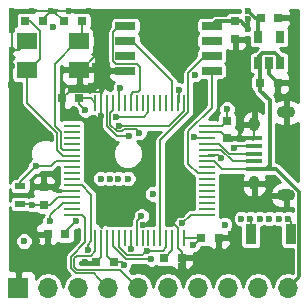
<source format=gtl>
G04 #@! TF.FileFunction,Copper,L1,Top,Signal*
%FSLAX46Y46*%
G04 Gerber Fmt 4.6, Leading zero omitted, Abs format (unit mm)*
G04 Created by KiCad (PCBNEW 4.0.7-e0-6372~58~ubuntu16.10.1) date Fri Aug 10 15:11:26 2018*
%MOMM*%
%LPD*%
G01*
G04 APERTURE LIST*
%ADD10C,0.100000*%
%ADD11R,0.900000X1.700000*%
%ADD12R,0.800000X0.750000*%
%ADD13R,0.900000X0.500000*%
%ADD14R,1.800860X1.399540*%
%ADD15R,0.750000X0.800000*%
%ADD16R,1.350000X0.400000*%
%ADD17O,0.950000X1.250000*%
%ADD18O,1.550000X1.000000*%
%ADD19R,1.700000X0.650000*%
%ADD20R,1.700000X1.700000*%
%ADD21O,1.700000X1.700000*%
%ADD22R,1.348740X0.289560*%
%ADD23R,0.289560X1.348740*%
%ADD24R,0.650000X1.060000*%
%ADD25C,0.600000*%
%ADD26C,0.130000*%
%ADD27C,0.300000*%
%ADD28C,0.254000*%
G04 APERTURE END LIST*
D10*
D11*
X151600000Y-102200000D03*
X155000000Y-102200000D03*
D12*
X144300000Y-104200000D03*
X145800000Y-104200000D03*
X137285120Y-84192876D03*
X135785120Y-84192876D03*
X135900000Y-102200000D03*
X134400000Y-102200000D03*
D13*
X132100000Y-99650000D03*
X132100000Y-98150000D03*
D12*
X140000000Y-104600000D03*
X138500000Y-104600000D03*
X147400000Y-102500000D03*
X148900000Y-102500000D03*
D14*
X132685120Y-88290636D03*
X137084400Y-88290636D03*
X137084400Y-85892876D03*
X132685120Y-85892876D03*
D15*
X149600000Y-92600000D03*
X149600000Y-94100000D03*
D12*
X137100000Y-90700000D03*
X135600000Y-90700000D03*
D15*
X134100000Y-99700000D03*
X134100000Y-98200000D03*
D12*
X153950000Y-83900000D03*
X152450000Y-83900000D03*
D16*
X151900000Y-96700000D03*
X151900000Y-96050000D03*
X151900000Y-95400000D03*
X151900000Y-94750000D03*
X151900000Y-94100000D03*
D17*
X151900000Y-97900000D03*
X151900000Y-92900000D03*
D18*
X154600000Y-98900000D03*
X154600000Y-91900000D03*
D19*
X141000000Y-84560000D03*
X141000000Y-85830000D03*
X141000000Y-87100000D03*
X141000000Y-88370000D03*
X148300000Y-88370000D03*
X148300000Y-87100000D03*
X148300000Y-85830000D03*
X148300000Y-84560000D03*
D15*
X150300000Y-85700000D03*
X150300000Y-84200000D03*
D12*
X134035120Y-84192876D03*
X132535120Y-84192876D03*
X153900000Y-89400000D03*
X152400000Y-89400000D03*
D20*
X131920000Y-106740000D03*
D21*
X134460000Y-106740000D03*
X137000000Y-106740000D03*
X139540000Y-106740000D03*
X142080000Y-106740000D03*
X144620000Y-106740000D03*
X147160000Y-106740000D03*
X149700000Y-106740000D03*
X152240000Y-106740000D03*
X154780000Y-106740000D03*
D22*
X136477380Y-93050960D03*
X136477380Y-93551340D03*
X136477380Y-94051720D03*
X136477380Y-94552100D03*
X136477380Y-95052480D03*
X136477380Y-95550320D03*
X136477380Y-96050700D03*
X136477380Y-96551080D03*
X136477380Y-97048920D03*
X136477380Y-97549300D03*
X136477380Y-98049680D03*
X136477380Y-98547520D03*
X136477380Y-99047900D03*
X136477380Y-99548280D03*
X136477380Y-100048660D03*
X136477380Y-100549040D03*
D23*
X138450960Y-102522620D03*
X138951340Y-102522620D03*
X139451720Y-102522620D03*
X139952100Y-102522620D03*
X140452480Y-102522620D03*
X140950320Y-102522620D03*
X141450700Y-102522620D03*
X141951080Y-102522620D03*
X142448920Y-102522620D03*
X142949300Y-102522620D03*
X143449680Y-102522620D03*
X143947520Y-102522620D03*
X144447900Y-102522620D03*
X144948280Y-102522620D03*
X145448660Y-102522620D03*
X145949040Y-102522620D03*
D22*
X147922620Y-100549040D03*
X147922620Y-100048660D03*
X147922620Y-99548280D03*
X147922620Y-99047900D03*
X147922620Y-98547520D03*
X147922620Y-98049680D03*
X147922620Y-97549300D03*
X147922620Y-97048920D03*
X147922620Y-96551080D03*
X147922620Y-96050700D03*
X147922620Y-95550320D03*
X147922620Y-95052480D03*
X147922620Y-94552100D03*
X147922620Y-94051720D03*
X147922620Y-93551340D03*
X147922620Y-93050960D03*
D23*
X145949040Y-91077380D03*
X145448660Y-91077380D03*
X144948280Y-91077380D03*
X144447900Y-91077380D03*
X143947520Y-91077380D03*
X143449680Y-91077380D03*
X142949300Y-91077380D03*
X142448920Y-91077380D03*
X141951080Y-91077380D03*
X141450700Y-91077380D03*
X140950320Y-91077380D03*
X140452480Y-91077380D03*
X139952100Y-91077380D03*
X139451720Y-91077380D03*
X138951340Y-91077380D03*
X138450960Y-91077380D03*
D24*
X152200000Y-87700000D03*
X153150000Y-87700000D03*
X154100000Y-87700000D03*
X154100000Y-85500000D03*
X152200000Y-85500000D03*
D25*
X137599988Y-104600000D03*
X145729972Y-104929978D03*
X138059989Y-89704651D03*
X131300000Y-89600000D03*
X136412749Y-90005004D03*
X147200000Y-90300000D03*
X149900000Y-102199999D03*
X145764213Y-100570866D03*
X142500000Y-101400000D03*
X133500000Y-102800000D03*
X138900000Y-92200000D03*
X134499975Y-93800025D03*
X139275000Y-101225000D03*
X140200000Y-101225000D03*
X140200000Y-100300000D03*
X139275000Y-100300000D03*
X138400000Y-88000000D03*
X131354688Y-88000000D03*
X131400000Y-86600000D03*
X131400000Y-84900000D03*
X131400000Y-83300000D03*
X133100000Y-83300000D03*
X134700000Y-83300000D03*
X136200000Y-83300000D03*
X137900000Y-83300000D03*
X138500000Y-84100000D03*
X138500000Y-85300000D03*
X138500000Y-86500000D03*
X134100000Y-97200000D03*
X133424999Y-96445001D03*
X154800000Y-100900000D03*
X146700000Y-103104990D03*
X134900000Y-84700000D03*
X149400000Y-101400000D03*
X136800000Y-101123822D03*
X143300000Y-98795010D03*
X140851341Y-104777192D03*
X132400000Y-102800000D03*
X151400000Y-84800000D03*
X151400000Y-84000000D03*
X151400000Y-83300000D03*
X133100000Y-99700000D03*
X137600000Y-91700000D03*
X149600000Y-91600000D03*
X153169987Y-100900000D03*
X140400000Y-97500000D03*
X152369996Y-100896728D03*
X139669987Y-97500000D03*
X142156870Y-93616820D03*
X141300000Y-93900000D03*
X142354305Y-100684675D03*
X143199992Y-104300000D03*
X145800000Y-101300000D03*
X142796649Y-103626929D03*
X141482549Y-103484796D03*
X137813416Y-103532758D03*
X140480407Y-93020149D03*
X146800000Y-94000000D03*
X146900000Y-88700000D03*
X134600000Y-101100000D03*
X140200000Y-92300000D03*
X145500000Y-90000000D03*
X149100000Y-95800000D03*
X150200000Y-94900000D03*
X150800000Y-100900004D03*
X138900000Y-97500000D03*
X154000000Y-100900000D03*
X141200000Y-97500000D03*
X151584975Y-100915039D03*
X140554745Y-89794214D03*
D26*
X151900000Y-94100000D02*
X151095000Y-94100000D01*
X151095000Y-94100000D02*
X149600000Y-94100000D01*
X151900000Y-92900000D02*
X151900000Y-94100000D01*
X138525000Y-104600000D02*
X138951340Y-104173660D01*
X138951340Y-103326990D02*
X138951340Y-102522620D01*
X138500000Y-104600000D02*
X138525000Y-104600000D01*
X138951340Y-104173660D02*
X138951340Y-103326990D01*
X137501654Y-104501666D02*
X137599988Y-104600000D01*
X138500000Y-104600000D02*
X137599988Y-104600000D01*
X145800000Y-105000006D02*
X145729972Y-104929978D01*
X145800000Y-104200000D02*
X145800000Y-105000006D01*
X137759636Y-90005004D02*
X137759990Y-90004650D01*
X138359988Y-89404652D02*
X138059989Y-89704651D01*
X137759990Y-90004650D02*
X138059989Y-89704651D01*
X138400000Y-89364640D02*
X138359988Y-89404652D01*
X136412749Y-90005004D02*
X137759636Y-90005004D01*
X138400000Y-88000000D02*
X138400000Y-89364640D01*
X131300000Y-90600050D02*
X131300000Y-90024264D01*
X134499975Y-93800025D02*
X131300000Y-90600050D01*
X131300000Y-90024264D02*
X131300000Y-89600000D01*
X131354688Y-89545312D02*
X131300000Y-89600000D01*
X131354688Y-88000000D02*
X131354688Y-89545312D01*
X135785120Y-84192876D02*
X135760120Y-84192876D01*
X135760120Y-84192876D02*
X134867244Y-83300000D01*
X134867244Y-83300000D02*
X134700000Y-83300000D01*
X134035120Y-84192876D02*
X134035120Y-83964880D01*
X134035120Y-83964880D02*
X134700000Y-83300000D01*
X145448660Y-102522620D02*
X145448660Y-101718250D01*
X145448660Y-101718250D02*
X145000000Y-101269590D01*
X145000000Y-101269590D02*
X145000000Y-100900000D01*
X145000000Y-100900000D02*
X145329134Y-100570866D01*
X145329134Y-100570866D02*
X145764213Y-100570866D01*
X133100000Y-83300000D02*
X131400000Y-83300000D01*
X138500000Y-84100000D02*
X138500000Y-83900000D01*
X138500000Y-83900000D02*
X137900000Y-83300000D01*
X138500000Y-86500000D02*
X138500000Y-85300000D01*
X149600001Y-102499998D02*
X149900000Y-102199999D01*
X149599999Y-102500000D02*
X149600001Y-102499998D01*
X148900000Y-102500000D02*
X149599999Y-102500000D01*
X138951340Y-92148660D02*
X138900000Y-92200000D01*
X138951340Y-91077380D02*
X138951340Y-92148660D01*
X138500000Y-86500000D02*
X138500000Y-87900000D01*
X138500000Y-87900000D02*
X138400000Y-88000000D01*
X131400000Y-86600000D02*
X131977996Y-86600000D01*
X131977996Y-86600000D02*
X132685120Y-85892876D01*
X134700000Y-83300000D02*
X135124264Y-83300000D01*
X135124264Y-83300000D02*
X136200000Y-83300000D01*
X131400000Y-86600000D02*
X131400000Y-86175736D01*
X131400000Y-86175736D02*
X131400000Y-84900000D01*
X131400000Y-86600000D02*
X131400000Y-87954688D01*
X131400000Y-87954688D02*
X131354688Y-88000000D01*
X131400000Y-83300000D02*
X131400000Y-84900000D01*
X134700000Y-83300000D02*
X133100000Y-83300000D01*
X137900000Y-83300000D02*
X136200000Y-83300000D01*
X138500000Y-85300000D02*
X138500000Y-84100000D01*
X137084400Y-88290636D02*
X137285060Y-88290636D01*
X137285060Y-88290636D02*
X138500000Y-87075696D01*
X138500000Y-87075696D02*
X138500000Y-86500000D01*
D27*
X153150000Y-87700000D02*
X153150000Y-88650000D01*
X153150000Y-88650000D02*
X153900000Y-89400000D01*
D26*
X151800000Y-94200000D02*
X151900000Y-94100000D01*
X134100000Y-98200000D02*
X134100000Y-97200000D01*
X134100000Y-98200000D02*
X134605000Y-98200000D01*
X134605000Y-98200000D02*
X134952520Y-98547520D01*
X134952520Y-98547520D02*
X135673010Y-98547520D01*
X135673010Y-98547520D02*
X136477380Y-98547520D01*
X138951340Y-91077380D02*
X138951340Y-90273010D01*
X136195001Y-90129999D02*
X135625000Y-90700000D01*
X138951340Y-90273010D02*
X138808329Y-90129999D01*
X138808329Y-90129999D02*
X136195001Y-90129999D01*
X135625000Y-90700000D02*
X135600000Y-90700000D01*
X147922620Y-93551340D02*
X149076340Y-93551340D01*
X149076340Y-93551340D02*
X149600000Y-94075000D01*
X149600000Y-94075000D02*
X149600000Y-94100000D01*
X145800000Y-104200000D02*
X145800000Y-103695000D01*
X145800000Y-103695000D02*
X145448660Y-103343660D01*
X145448660Y-103343660D02*
X145448660Y-103326990D01*
X145448660Y-103326990D02*
X145448660Y-102522620D01*
X132100000Y-98150000D02*
X132100000Y-97770000D01*
X133424999Y-96445001D02*
X134701601Y-96445001D01*
X132100000Y-97770000D02*
X133424999Y-96445001D01*
X134701601Y-96445001D02*
X135095902Y-96050700D01*
X135095902Y-96050700D02*
X135673010Y-96050700D01*
X135673010Y-96050700D02*
X136477380Y-96050700D01*
X155000000Y-101100000D02*
X154800000Y-100900000D01*
X155000000Y-102200000D02*
X155000000Y-101100000D01*
X146770010Y-103104990D02*
X146700000Y-103104990D01*
X147400000Y-102500000D02*
X147375000Y-102500000D01*
X147375000Y-102500000D02*
X146770010Y-103104990D01*
X136800000Y-101123822D02*
X135900000Y-102023822D01*
X135900000Y-102023822D02*
X135900000Y-102200000D01*
X140674149Y-104600000D02*
X140851341Y-104777192D01*
X140000000Y-104600000D02*
X140674149Y-104600000D01*
X139451720Y-102522620D02*
X139451720Y-104076720D01*
X139451720Y-104076720D02*
X139975000Y-104600000D01*
X139975000Y-104600000D02*
X140000000Y-104600000D01*
D27*
X150300000Y-84200000D02*
X150800000Y-84200000D01*
X150800000Y-84200000D02*
X151400000Y-84800000D01*
X151400000Y-84000000D02*
X151400000Y-84800000D01*
X152450000Y-83900000D02*
X152000000Y-83900000D01*
X152000000Y-83900000D02*
X151400000Y-83300000D01*
X150300000Y-84200000D02*
X148660000Y-84200000D01*
X148660000Y-84200000D02*
X148300000Y-84560000D01*
X152200000Y-85500000D02*
X152200000Y-84150000D01*
X152200000Y-84150000D02*
X152450000Y-83900000D01*
D26*
X132100000Y-99650000D02*
X133050000Y-99650000D01*
X133050000Y-99650000D02*
X133100000Y-99700000D01*
X134100000Y-99700000D02*
X133100000Y-99700000D01*
X134100000Y-99700000D02*
X134605000Y-99700000D01*
X135673010Y-99047900D02*
X136477380Y-99047900D01*
X134605000Y-99700000D02*
X135257100Y-99047900D01*
X135257100Y-99047900D02*
X135673010Y-99047900D01*
X137100000Y-90700000D02*
X137100000Y-91200000D01*
X137100000Y-91200000D02*
X137600000Y-91700000D01*
X137100000Y-90700000D02*
X138073580Y-90700000D01*
X138073580Y-90700000D02*
X138450960Y-91077380D01*
X149600000Y-92600000D02*
X149600000Y-91600000D01*
X147922620Y-93050960D02*
X149149040Y-93050960D01*
X149149040Y-93050960D02*
X149600000Y-92600000D01*
X147400000Y-102500000D02*
X145971660Y-102500000D01*
X145971660Y-102500000D02*
X145949040Y-102522620D01*
X144300000Y-104200000D02*
X144325000Y-104200000D01*
X144325000Y-104200000D02*
X144948280Y-103576720D01*
X144948280Y-103576720D02*
X144948280Y-103326990D01*
X144948280Y-103326990D02*
X144948280Y-102522620D01*
X140242805Y-93515151D02*
X140718009Y-93515151D01*
X140718009Y-93515151D02*
X140916339Y-93316821D01*
X141856871Y-93316821D02*
X142156870Y-93616820D01*
X140916339Y-93316821D02*
X141856871Y-93316821D01*
X139704998Y-92977344D02*
X140242805Y-93515151D01*
X139704998Y-91962398D02*
X139704998Y-92977344D01*
X139952100Y-91715296D02*
X139704998Y-91962398D01*
X139952100Y-91077380D02*
X139952100Y-91715296D01*
X139444987Y-93085044D02*
X139444987Y-91888483D01*
X139444987Y-91888483D02*
X139451720Y-91881750D01*
X141300000Y-93900000D02*
X140259943Y-93900000D01*
X140259943Y-93900000D02*
X139444987Y-93085044D01*
X139451720Y-91881750D02*
X139451720Y-91077380D01*
X141951080Y-102522620D02*
X141951080Y-101087900D01*
X141951080Y-101087900D02*
X142054306Y-100984674D01*
X142054306Y-100984674D02*
X142354305Y-100684675D01*
X139952100Y-103194321D02*
X141057779Y-104300000D01*
X139952100Y-102522620D02*
X139952100Y-103194321D01*
X142775728Y-104300000D02*
X143199992Y-104300000D01*
X141057779Y-104300000D02*
X142775728Y-104300000D01*
X147922620Y-100549040D02*
X146550960Y-100549040D01*
X146550960Y-100549040D02*
X145800000Y-101300000D01*
X142496650Y-103926928D02*
X142796649Y-103626929D01*
X144447900Y-103326990D02*
X144147961Y-103626929D01*
X143220913Y-103626929D02*
X142796649Y-103626929D01*
X140452480Y-103326990D02*
X141125417Y-103999927D01*
X140452480Y-102522620D02*
X140452480Y-103326990D01*
X141125417Y-103999927D02*
X142423651Y-103999927D01*
X144447900Y-102522620D02*
X144447900Y-103326990D01*
X142423651Y-103999927D02*
X142496650Y-103926928D01*
X144147961Y-103626929D02*
X143220913Y-103626929D01*
X141450700Y-103452947D02*
X141482549Y-103484796D01*
X141450700Y-102522620D02*
X141450700Y-103452947D01*
X138093336Y-98861266D02*
X138093336Y-102828574D01*
X137281750Y-98049680D02*
X138093336Y-98861266D01*
X136477380Y-98049680D02*
X137281750Y-98049680D01*
X138093336Y-102828574D02*
X137813416Y-103108494D01*
X137813416Y-103108494D02*
X137813416Y-103532758D01*
X140904671Y-93020149D02*
X140480407Y-93020149D01*
X144676043Y-93020149D02*
X140904671Y-93020149D01*
X145949040Y-91747152D02*
X144676043Y-93020149D01*
X145949040Y-91077380D02*
X145949040Y-91747152D01*
X146851720Y-94051720D02*
X146800000Y-94000000D01*
X147922620Y-94051720D02*
X146851720Y-94051720D01*
X136477380Y-99548280D02*
X135673010Y-99548280D01*
X135673010Y-99548280D02*
X134600000Y-100621290D01*
X134600000Y-100621290D02*
X134600000Y-101100000D01*
X142531050Y-92300000D02*
X140624264Y-92300000D01*
X140624264Y-92300000D02*
X140200000Y-92300000D01*
X142949300Y-91881750D02*
X142531050Y-92300000D01*
X142949300Y-91077380D02*
X142949300Y-91881750D01*
X145500000Y-90000000D02*
X145500000Y-91026040D01*
X145500000Y-91026040D02*
X145448660Y-91077380D01*
D27*
X151900000Y-96700000D02*
X153778100Y-96700000D01*
X153778100Y-96700000D02*
X155730001Y-98651901D01*
X155730001Y-98651901D02*
X155730001Y-105789999D01*
X155730001Y-105789999D02*
X155629999Y-105890001D01*
X155629999Y-105890001D02*
X154780000Y-106740000D01*
X154100000Y-87700000D02*
X154100000Y-87290998D01*
X154100000Y-87290998D02*
X153699001Y-86889999D01*
X153699001Y-86889999D02*
X152600999Y-86889999D01*
X152600999Y-86889999D02*
X152200000Y-87290998D01*
X152200000Y-87290998D02*
X152200000Y-87700000D01*
X152400000Y-89400000D02*
X152400000Y-90075000D01*
X152400000Y-90075000D02*
X153200000Y-90875000D01*
X153200000Y-90875000D02*
X153200000Y-96400000D01*
X152900000Y-96700000D02*
X151900000Y-96700000D01*
X153200000Y-96400000D02*
X152900000Y-96700000D01*
X152400000Y-89400000D02*
X152400000Y-87900000D01*
X152400000Y-87900000D02*
X152200000Y-87700000D01*
D26*
X151900000Y-96700000D02*
X149167398Y-96700000D01*
X148518098Y-96050700D02*
X147922620Y-96050700D01*
X149167398Y-96700000D02*
X148518098Y-96050700D01*
X151900000Y-96050000D02*
X150082602Y-96050000D01*
X148726990Y-95052480D02*
X147922620Y-95052480D01*
X149085082Y-95052480D02*
X148726990Y-95052480D01*
X150082602Y-96050000D02*
X149085082Y-95052480D01*
X148952413Y-94552100D02*
X148726990Y-94552100D01*
X149800313Y-95400000D02*
X148952413Y-94552100D01*
X151900000Y-95400000D02*
X149800313Y-95400000D01*
X148726990Y-94552100D02*
X147922620Y-94552100D01*
X149100000Y-95800000D02*
X148800001Y-95500001D01*
X148800001Y-95500001D02*
X147972939Y-95500001D01*
X147972939Y-95500001D02*
X147922620Y-95550320D01*
X151900000Y-94750000D02*
X150350000Y-94750000D01*
X150350000Y-94750000D02*
X150200000Y-94900000D01*
X142195001Y-90037605D02*
X142024597Y-90208009D01*
X140173998Y-87800000D02*
X141956002Y-87800000D01*
X142195001Y-88038999D02*
X142195001Y-90037605D01*
X141956002Y-87800000D02*
X142195001Y-88038999D01*
X141450700Y-90407608D02*
X141450700Y-91077380D01*
X142024597Y-90208009D02*
X141650299Y-90208009D01*
X141650299Y-90208009D02*
X141450700Y-90407608D01*
X141000000Y-84560000D02*
X140475000Y-84560000D01*
X139954999Y-85080001D02*
X139954999Y-87581001D01*
X140475000Y-84560000D02*
X139954999Y-85080001D01*
X139954999Y-87581001D02*
X140173998Y-87800000D01*
X141000000Y-85830000D02*
X141525000Y-85830000D01*
X144948280Y-89253280D02*
X144948280Y-90273010D01*
X141525000Y-85830000D02*
X144948280Y-89253280D01*
X144948280Y-90273010D02*
X144948280Y-91077380D01*
X147922620Y-97048920D02*
X147118250Y-97048920D01*
X147118250Y-97048920D02*
X146300000Y-96230670D01*
X146300000Y-93503428D02*
X148300000Y-91503428D01*
X146300000Y-96230670D02*
X146300000Y-93503428D01*
X148300000Y-91503428D02*
X148300000Y-88370000D01*
X143947520Y-101718250D02*
X143947520Y-102522620D01*
X143947520Y-94249052D02*
X143947520Y-101718250D01*
X146300000Y-88575000D02*
X146300000Y-91896572D01*
X148300000Y-87100000D02*
X147775000Y-87100000D01*
X147775000Y-87100000D02*
X146300000Y-88575000D01*
X146300000Y-91896572D02*
X143947520Y-94249052D01*
X135673010Y-95052480D02*
X136477380Y-95052480D01*
X135505012Y-93537301D02*
X135505012Y-94884482D01*
X135004999Y-93037289D02*
X135505012Y-93537301D01*
X136883740Y-85892876D02*
X135004999Y-87771617D01*
X135505012Y-94884482D02*
X135673010Y-95052480D01*
X137084400Y-85892876D02*
X136883740Y-85892876D01*
X135004999Y-87771617D02*
X135004999Y-93037289D01*
X137285120Y-84192876D02*
X137285120Y-85692156D01*
X137285120Y-85692156D02*
X137084400Y-85892876D01*
X135245001Y-93645001D02*
X132685120Y-91085120D01*
X132685120Y-91085120D02*
X132685120Y-88290636D01*
X136477380Y-95550320D02*
X135673010Y-95550320D01*
X135673010Y-95550320D02*
X135245001Y-95122311D01*
X135245001Y-95122311D02*
X135245001Y-93645001D01*
X132535120Y-84192876D02*
X132936322Y-84192876D01*
X132936322Y-84192876D02*
X133780551Y-85037105D01*
X133780551Y-85037105D02*
X133780551Y-87395865D01*
X133780551Y-87395865D02*
X132885780Y-88290636D01*
X132885780Y-88290636D02*
X132685120Y-88290636D01*
X151600000Y-100930064D02*
X151584975Y-100915039D01*
X151600000Y-102200000D02*
X151600000Y-100930064D01*
X140452480Y-91077380D02*
X140452480Y-89896479D01*
X140452480Y-89896479D02*
X140554745Y-89794214D01*
X136477380Y-100549040D02*
X137281750Y-100549040D01*
X137281750Y-100549040D02*
X137600000Y-100867290D01*
X137600000Y-100867290D02*
X137600000Y-102900000D01*
X137600000Y-102900000D02*
X136400000Y-104100000D01*
X136400000Y-104100000D02*
X136400000Y-105100000D01*
X136400000Y-105100000D02*
X136800000Y-105500000D01*
X136800000Y-105500000D02*
X138300000Y-105500000D01*
X138300000Y-105500000D02*
X138690001Y-105890001D01*
X138690001Y-105890001D02*
X139540000Y-106740000D01*
X141230001Y-105890001D02*
X142080000Y-106740000D01*
X136660011Y-104992301D02*
X136867710Y-105200000D01*
X136872240Y-104027760D02*
X136660011Y-104239989D01*
X136660011Y-104239989D02*
X136660011Y-104992301D01*
X140540000Y-105200000D02*
X141230001Y-105890001D01*
X138051018Y-104027760D02*
X136872240Y-104027760D01*
X138450960Y-103627818D02*
X138051018Y-104027760D01*
X136867710Y-105200000D02*
X140540000Y-105200000D01*
X138450960Y-102522620D02*
X138450960Y-103627818D01*
D28*
G36*
X131236810Y-100061201D02*
X131332080Y-100209255D01*
X131477445Y-100308579D01*
X131650000Y-100343522D01*
X132550000Y-100343522D01*
X132679528Y-100319150D01*
X132683112Y-100322740D01*
X132953158Y-100434873D01*
X133245559Y-100435128D01*
X133386306Y-100376972D01*
X133407080Y-100409255D01*
X133552445Y-100508579D01*
X133725000Y-100543522D01*
X134115469Y-100543522D01*
X134115066Y-100545547D01*
X133977260Y-100683112D01*
X133865127Y-100953158D01*
X133864917Y-101193634D01*
X133640302Y-101286673D01*
X133461673Y-101465301D01*
X133365000Y-101698690D01*
X133365000Y-101914250D01*
X133523750Y-102073000D01*
X134273000Y-102073000D01*
X134273000Y-102053000D01*
X134527000Y-102053000D01*
X134527000Y-102073000D01*
X134547000Y-102073000D01*
X134547000Y-102327000D01*
X134527000Y-102327000D01*
X134527000Y-103051250D01*
X134685750Y-103210000D01*
X134926309Y-103210000D01*
X135159698Y-103113327D01*
X135304871Y-102968155D01*
X135327445Y-102983579D01*
X135500000Y-103018522D01*
X136300000Y-103018522D01*
X136461201Y-102988190D01*
X136609255Y-102892920D01*
X136708579Y-102747555D01*
X136743522Y-102575000D01*
X136743522Y-101887407D01*
X136772130Y-101858799D01*
X136945559Y-101858950D01*
X137100000Y-101795136D01*
X137100000Y-102692893D01*
X136046447Y-103746447D01*
X135938060Y-103908658D01*
X135900000Y-104100000D01*
X135900000Y-105100000D01*
X135927675Y-105239132D01*
X135938060Y-105291342D01*
X136046447Y-105453553D01*
X136275832Y-105682938D01*
X136091368Y-105806193D01*
X135812815Y-106223077D01*
X135730000Y-106639415D01*
X135647185Y-106223077D01*
X135368632Y-105806193D01*
X134951748Y-105527640D01*
X134460000Y-105429825D01*
X133968252Y-105527640D01*
X133551368Y-105806193D01*
X133405000Y-106025248D01*
X133405000Y-105763691D01*
X133308327Y-105530302D01*
X133129699Y-105351673D01*
X132896310Y-105255000D01*
X132205750Y-105255000D01*
X132047000Y-105413750D01*
X132047000Y-106613000D01*
X132067000Y-106613000D01*
X132067000Y-106867000D01*
X132047000Y-106867000D01*
X132047000Y-106887000D01*
X131793000Y-106887000D01*
X131793000Y-106867000D01*
X131773000Y-106867000D01*
X131773000Y-106613000D01*
X131793000Y-106613000D01*
X131793000Y-105413750D01*
X131634250Y-105255000D01*
X131210000Y-105255000D01*
X131210000Y-102945559D01*
X131664872Y-102945559D01*
X131776534Y-103215800D01*
X131983112Y-103422740D01*
X132253158Y-103534873D01*
X132545559Y-103535128D01*
X132815800Y-103423466D01*
X133022740Y-103216888D01*
X133134873Y-102946842D01*
X133135128Y-102654441D01*
X133065426Y-102485750D01*
X133365000Y-102485750D01*
X133365000Y-102701310D01*
X133461673Y-102934699D01*
X133640302Y-103113327D01*
X133873691Y-103210000D01*
X134114250Y-103210000D01*
X134273000Y-103051250D01*
X134273000Y-102327000D01*
X133523750Y-102327000D01*
X133365000Y-102485750D01*
X133065426Y-102485750D01*
X133023466Y-102384200D01*
X132816888Y-102177260D01*
X132546842Y-102065127D01*
X132254441Y-102064872D01*
X131984200Y-102176534D01*
X131777260Y-102383112D01*
X131665127Y-102653158D01*
X131664872Y-102945559D01*
X131210000Y-102945559D01*
X131210000Y-99918718D01*
X131236810Y-100061201D01*
X131236810Y-100061201D01*
G37*
X131236810Y-100061201D02*
X131332080Y-100209255D01*
X131477445Y-100308579D01*
X131650000Y-100343522D01*
X132550000Y-100343522D01*
X132679528Y-100319150D01*
X132683112Y-100322740D01*
X132953158Y-100434873D01*
X133245559Y-100435128D01*
X133386306Y-100376972D01*
X133407080Y-100409255D01*
X133552445Y-100508579D01*
X133725000Y-100543522D01*
X134115469Y-100543522D01*
X134115066Y-100545547D01*
X133977260Y-100683112D01*
X133865127Y-100953158D01*
X133864917Y-101193634D01*
X133640302Y-101286673D01*
X133461673Y-101465301D01*
X133365000Y-101698690D01*
X133365000Y-101914250D01*
X133523750Y-102073000D01*
X134273000Y-102073000D01*
X134273000Y-102053000D01*
X134527000Y-102053000D01*
X134527000Y-102073000D01*
X134547000Y-102073000D01*
X134547000Y-102327000D01*
X134527000Y-102327000D01*
X134527000Y-103051250D01*
X134685750Y-103210000D01*
X134926309Y-103210000D01*
X135159698Y-103113327D01*
X135304871Y-102968155D01*
X135327445Y-102983579D01*
X135500000Y-103018522D01*
X136300000Y-103018522D01*
X136461201Y-102988190D01*
X136609255Y-102892920D01*
X136708579Y-102747555D01*
X136743522Y-102575000D01*
X136743522Y-101887407D01*
X136772130Y-101858799D01*
X136945559Y-101858950D01*
X137100000Y-101795136D01*
X137100000Y-102692893D01*
X136046447Y-103746447D01*
X135938060Y-103908658D01*
X135900000Y-104100000D01*
X135900000Y-105100000D01*
X135927675Y-105239132D01*
X135938060Y-105291342D01*
X136046447Y-105453553D01*
X136275832Y-105682938D01*
X136091368Y-105806193D01*
X135812815Y-106223077D01*
X135730000Y-106639415D01*
X135647185Y-106223077D01*
X135368632Y-105806193D01*
X134951748Y-105527640D01*
X134460000Y-105429825D01*
X133968252Y-105527640D01*
X133551368Y-105806193D01*
X133405000Y-106025248D01*
X133405000Y-105763691D01*
X133308327Y-105530302D01*
X133129699Y-105351673D01*
X132896310Y-105255000D01*
X132205750Y-105255000D01*
X132047000Y-105413750D01*
X132047000Y-106613000D01*
X132067000Y-106613000D01*
X132067000Y-106867000D01*
X132047000Y-106867000D01*
X132047000Y-106887000D01*
X131793000Y-106887000D01*
X131793000Y-106867000D01*
X131773000Y-106867000D01*
X131773000Y-106613000D01*
X131793000Y-106613000D01*
X131793000Y-105413750D01*
X131634250Y-105255000D01*
X131210000Y-105255000D01*
X131210000Y-102945559D01*
X131664872Y-102945559D01*
X131776534Y-103215800D01*
X131983112Y-103422740D01*
X132253158Y-103534873D01*
X132545559Y-103535128D01*
X132815800Y-103423466D01*
X133022740Y-103216888D01*
X133134873Y-102946842D01*
X133135128Y-102654441D01*
X133065426Y-102485750D01*
X133365000Y-102485750D01*
X133365000Y-102701310D01*
X133461673Y-102934699D01*
X133640302Y-103113327D01*
X133873691Y-103210000D01*
X134114250Y-103210000D01*
X134273000Y-103051250D01*
X134273000Y-102327000D01*
X133523750Y-102327000D01*
X133365000Y-102485750D01*
X133065426Y-102485750D01*
X133023466Y-102384200D01*
X132816888Y-102177260D01*
X132546842Y-102065127D01*
X132254441Y-102064872D01*
X131984200Y-102176534D01*
X131777260Y-102383112D01*
X131665127Y-102653158D01*
X131664872Y-102945559D01*
X131210000Y-102945559D01*
X131210000Y-99918718D01*
X131236810Y-100061201D01*
G36*
X149167398Y-97200000D02*
X150901125Y-97200000D01*
X150907080Y-97209255D01*
X150928385Y-97223812D01*
X150798771Y-97598869D01*
X150947437Y-97773000D01*
X151773000Y-97773000D01*
X151773000Y-97753000D01*
X152027000Y-97753000D01*
X152027000Y-97773000D01*
X152852563Y-97773000D01*
X153001229Y-97598869D01*
X152892761Y-97285000D01*
X153535786Y-97285000D01*
X154059737Y-97808951D01*
X153773322Y-97899998D01*
X153432632Y-98187237D01*
X153230881Y-98598126D01*
X153357046Y-98773000D01*
X154473000Y-98773000D01*
X154473000Y-98753000D01*
X154727000Y-98753000D01*
X154727000Y-98773000D01*
X154747000Y-98773000D01*
X154747000Y-99027000D01*
X154727000Y-99027000D01*
X154727000Y-100035000D01*
X155002000Y-100035000D01*
X155145001Y-99989542D01*
X155145001Y-100247410D01*
X154946842Y-100165127D01*
X154654441Y-100164872D01*
X154399708Y-100270126D01*
X154146842Y-100165127D01*
X153854441Y-100164872D01*
X153584664Y-100276342D01*
X153316829Y-100165127D01*
X153024428Y-100164872D01*
X152773649Y-100268492D01*
X152516838Y-100161855D01*
X152224437Y-100161600D01*
X151955109Y-100272885D01*
X151731817Y-100180166D01*
X151439416Y-100179911D01*
X151210363Y-100274554D01*
X150946842Y-100165131D01*
X150654441Y-100164876D01*
X150384200Y-100276538D01*
X150177260Y-100483116D01*
X150065127Y-100753162D01*
X150064872Y-101045563D01*
X150176534Y-101315804D01*
X150383112Y-101522744D01*
X150653158Y-101634877D01*
X150706478Y-101634923D01*
X150706478Y-103050000D01*
X150736810Y-103211201D01*
X150832080Y-103359255D01*
X150977445Y-103458579D01*
X151150000Y-103493522D01*
X152050000Y-103493522D01*
X152211201Y-103463190D01*
X152359255Y-103367920D01*
X152458579Y-103222555D01*
X152493522Y-103050000D01*
X152493522Y-101631837D01*
X152515555Y-101631856D01*
X152766334Y-101528236D01*
X153023145Y-101634873D01*
X153315546Y-101635128D01*
X153585323Y-101523658D01*
X153853158Y-101634873D01*
X154106478Y-101635094D01*
X154106478Y-103050000D01*
X154136810Y-103211201D01*
X154232080Y-103359255D01*
X154377445Y-103458579D01*
X154550000Y-103493522D01*
X155145001Y-103493522D01*
X155145001Y-105502428D01*
X154780000Y-105429825D01*
X154288252Y-105527640D01*
X153871368Y-105806193D01*
X153592815Y-106223077D01*
X153510000Y-106639415D01*
X153427185Y-106223077D01*
X153148632Y-105806193D01*
X152731748Y-105527640D01*
X152240000Y-105429825D01*
X151748252Y-105527640D01*
X151331368Y-105806193D01*
X151052815Y-106223077D01*
X150970000Y-106639415D01*
X150887185Y-106223077D01*
X150608632Y-105806193D01*
X150191748Y-105527640D01*
X149700000Y-105429825D01*
X149208252Y-105527640D01*
X148791368Y-105806193D01*
X148512815Y-106223077D01*
X148430000Y-106639415D01*
X148347185Y-106223077D01*
X148068632Y-105806193D01*
X147651748Y-105527640D01*
X147160000Y-105429825D01*
X146668252Y-105527640D01*
X146251368Y-105806193D01*
X145972815Y-106223077D01*
X145890000Y-106639415D01*
X145807185Y-106223077D01*
X145528632Y-105806193D01*
X145111748Y-105527640D01*
X144620000Y-105429825D01*
X144128252Y-105527640D01*
X143711368Y-105806193D01*
X143432815Y-106223077D01*
X143350000Y-106639415D01*
X143267185Y-106223077D01*
X142988632Y-105806193D01*
X142571748Y-105527640D01*
X142080000Y-105429825D01*
X141588252Y-105527640D01*
X141580156Y-105533049D01*
X141357532Y-105310425D01*
X141474081Y-105194080D01*
X141586214Y-104924034D01*
X141586322Y-104800000D01*
X142660579Y-104800000D01*
X142783104Y-104922740D01*
X143053150Y-105034873D01*
X143345551Y-105035128D01*
X143615792Y-104923466D01*
X143625412Y-104913863D01*
X143727445Y-104983579D01*
X143900000Y-105018522D01*
X144700000Y-105018522D01*
X144861201Y-104988190D01*
X144894036Y-104967061D01*
X145040302Y-105113327D01*
X145273691Y-105210000D01*
X145514250Y-105210000D01*
X145673000Y-105051250D01*
X145673000Y-104327000D01*
X145927000Y-104327000D01*
X145927000Y-105051250D01*
X146085750Y-105210000D01*
X146326309Y-105210000D01*
X146559698Y-105113327D01*
X146738327Y-104934699D01*
X146835000Y-104701310D01*
X146835000Y-104485750D01*
X146676250Y-104327000D01*
X145927000Y-104327000D01*
X145673000Y-104327000D01*
X145653000Y-104327000D01*
X145653000Y-104073000D01*
X145673000Y-104073000D01*
X145673000Y-104053000D01*
X145927000Y-104053000D01*
X145927000Y-104073000D01*
X146676250Y-104073000D01*
X146835000Y-103914250D01*
X146835000Y-103840109D01*
X146845559Y-103840118D01*
X147115800Y-103728456D01*
X147322740Y-103521878D01*
X147407181Y-103318522D01*
X147800000Y-103318522D01*
X147961201Y-103288190D01*
X147994036Y-103267061D01*
X148140302Y-103413327D01*
X148373691Y-103510000D01*
X148614250Y-103510000D01*
X148773000Y-103351250D01*
X148773000Y-102627000D01*
X149027000Y-102627000D01*
X149027000Y-103351250D01*
X149185750Y-103510000D01*
X149426309Y-103510000D01*
X149659698Y-103413327D01*
X149838327Y-103234699D01*
X149935000Y-103001310D01*
X149935000Y-102785750D01*
X149776250Y-102627000D01*
X149027000Y-102627000D01*
X148773000Y-102627000D01*
X148753000Y-102627000D01*
X148753000Y-102373000D01*
X148773000Y-102373000D01*
X148773000Y-102353000D01*
X149027000Y-102353000D01*
X149027000Y-102373000D01*
X149776250Y-102373000D01*
X149935000Y-102214250D01*
X149935000Y-101998690D01*
X149907391Y-101932035D01*
X150022740Y-101816888D01*
X150134873Y-101546842D01*
X150135128Y-101254441D01*
X150023466Y-100984200D01*
X149816888Y-100777260D01*
X149546842Y-100665127D01*
X149254441Y-100664872D01*
X149027375Y-100758694D01*
X149040512Y-100693820D01*
X149040512Y-100404260D01*
X149019950Y-100294981D01*
X149040512Y-100193440D01*
X149040512Y-99903880D01*
X149019950Y-99794601D01*
X149040512Y-99693060D01*
X149040512Y-99403500D01*
X149019950Y-99294221D01*
X149038650Y-99201874D01*
X153230881Y-99201874D01*
X153432632Y-99612763D01*
X153773322Y-99900002D01*
X154198000Y-100035000D01*
X154473000Y-100035000D01*
X154473000Y-99027000D01*
X153357046Y-99027000D01*
X153230881Y-99201874D01*
X149038650Y-99201874D01*
X149040512Y-99192680D01*
X149040512Y-98903120D01*
X149019950Y-98793841D01*
X149040512Y-98692300D01*
X149040512Y-98402740D01*
X149020197Y-98294777D01*
X149039161Y-98201131D01*
X150798771Y-98201131D01*
X150940432Y-98611049D01*
X151228179Y-98935552D01*
X151602062Y-99119268D01*
X151773000Y-98992734D01*
X151773000Y-98027000D01*
X152027000Y-98027000D01*
X152027000Y-98992734D01*
X152197938Y-99119268D01*
X152571821Y-98935552D01*
X152859568Y-98611049D01*
X153001229Y-98201131D01*
X152852563Y-98027000D01*
X152027000Y-98027000D01*
X151773000Y-98027000D01*
X150947437Y-98027000D01*
X150798771Y-98201131D01*
X149039161Y-98201131D01*
X149040512Y-98194460D01*
X149040512Y-97904900D01*
X149019950Y-97795621D01*
X149040512Y-97694080D01*
X149040512Y-97404520D01*
X149019950Y-97295241D01*
X149040512Y-97193700D01*
X149040512Y-97174761D01*
X149167398Y-97200000D01*
X149167398Y-97200000D01*
G37*
X149167398Y-97200000D02*
X150901125Y-97200000D01*
X150907080Y-97209255D01*
X150928385Y-97223812D01*
X150798771Y-97598869D01*
X150947437Y-97773000D01*
X151773000Y-97773000D01*
X151773000Y-97753000D01*
X152027000Y-97753000D01*
X152027000Y-97773000D01*
X152852563Y-97773000D01*
X153001229Y-97598869D01*
X152892761Y-97285000D01*
X153535786Y-97285000D01*
X154059737Y-97808951D01*
X153773322Y-97899998D01*
X153432632Y-98187237D01*
X153230881Y-98598126D01*
X153357046Y-98773000D01*
X154473000Y-98773000D01*
X154473000Y-98753000D01*
X154727000Y-98753000D01*
X154727000Y-98773000D01*
X154747000Y-98773000D01*
X154747000Y-99027000D01*
X154727000Y-99027000D01*
X154727000Y-100035000D01*
X155002000Y-100035000D01*
X155145001Y-99989542D01*
X155145001Y-100247410D01*
X154946842Y-100165127D01*
X154654441Y-100164872D01*
X154399708Y-100270126D01*
X154146842Y-100165127D01*
X153854441Y-100164872D01*
X153584664Y-100276342D01*
X153316829Y-100165127D01*
X153024428Y-100164872D01*
X152773649Y-100268492D01*
X152516838Y-100161855D01*
X152224437Y-100161600D01*
X151955109Y-100272885D01*
X151731817Y-100180166D01*
X151439416Y-100179911D01*
X151210363Y-100274554D01*
X150946842Y-100165131D01*
X150654441Y-100164876D01*
X150384200Y-100276538D01*
X150177260Y-100483116D01*
X150065127Y-100753162D01*
X150064872Y-101045563D01*
X150176534Y-101315804D01*
X150383112Y-101522744D01*
X150653158Y-101634877D01*
X150706478Y-101634923D01*
X150706478Y-103050000D01*
X150736810Y-103211201D01*
X150832080Y-103359255D01*
X150977445Y-103458579D01*
X151150000Y-103493522D01*
X152050000Y-103493522D01*
X152211201Y-103463190D01*
X152359255Y-103367920D01*
X152458579Y-103222555D01*
X152493522Y-103050000D01*
X152493522Y-101631837D01*
X152515555Y-101631856D01*
X152766334Y-101528236D01*
X153023145Y-101634873D01*
X153315546Y-101635128D01*
X153585323Y-101523658D01*
X153853158Y-101634873D01*
X154106478Y-101635094D01*
X154106478Y-103050000D01*
X154136810Y-103211201D01*
X154232080Y-103359255D01*
X154377445Y-103458579D01*
X154550000Y-103493522D01*
X155145001Y-103493522D01*
X155145001Y-105502428D01*
X154780000Y-105429825D01*
X154288252Y-105527640D01*
X153871368Y-105806193D01*
X153592815Y-106223077D01*
X153510000Y-106639415D01*
X153427185Y-106223077D01*
X153148632Y-105806193D01*
X152731748Y-105527640D01*
X152240000Y-105429825D01*
X151748252Y-105527640D01*
X151331368Y-105806193D01*
X151052815Y-106223077D01*
X150970000Y-106639415D01*
X150887185Y-106223077D01*
X150608632Y-105806193D01*
X150191748Y-105527640D01*
X149700000Y-105429825D01*
X149208252Y-105527640D01*
X148791368Y-105806193D01*
X148512815Y-106223077D01*
X148430000Y-106639415D01*
X148347185Y-106223077D01*
X148068632Y-105806193D01*
X147651748Y-105527640D01*
X147160000Y-105429825D01*
X146668252Y-105527640D01*
X146251368Y-105806193D01*
X145972815Y-106223077D01*
X145890000Y-106639415D01*
X145807185Y-106223077D01*
X145528632Y-105806193D01*
X145111748Y-105527640D01*
X144620000Y-105429825D01*
X144128252Y-105527640D01*
X143711368Y-105806193D01*
X143432815Y-106223077D01*
X143350000Y-106639415D01*
X143267185Y-106223077D01*
X142988632Y-105806193D01*
X142571748Y-105527640D01*
X142080000Y-105429825D01*
X141588252Y-105527640D01*
X141580156Y-105533049D01*
X141357532Y-105310425D01*
X141474081Y-105194080D01*
X141586214Y-104924034D01*
X141586322Y-104800000D01*
X142660579Y-104800000D01*
X142783104Y-104922740D01*
X143053150Y-105034873D01*
X143345551Y-105035128D01*
X143615792Y-104923466D01*
X143625412Y-104913863D01*
X143727445Y-104983579D01*
X143900000Y-105018522D01*
X144700000Y-105018522D01*
X144861201Y-104988190D01*
X144894036Y-104967061D01*
X145040302Y-105113327D01*
X145273691Y-105210000D01*
X145514250Y-105210000D01*
X145673000Y-105051250D01*
X145673000Y-104327000D01*
X145927000Y-104327000D01*
X145927000Y-105051250D01*
X146085750Y-105210000D01*
X146326309Y-105210000D01*
X146559698Y-105113327D01*
X146738327Y-104934699D01*
X146835000Y-104701310D01*
X146835000Y-104485750D01*
X146676250Y-104327000D01*
X145927000Y-104327000D01*
X145673000Y-104327000D01*
X145653000Y-104327000D01*
X145653000Y-104073000D01*
X145673000Y-104073000D01*
X145673000Y-104053000D01*
X145927000Y-104053000D01*
X145927000Y-104073000D01*
X146676250Y-104073000D01*
X146835000Y-103914250D01*
X146835000Y-103840109D01*
X146845559Y-103840118D01*
X147115800Y-103728456D01*
X147322740Y-103521878D01*
X147407181Y-103318522D01*
X147800000Y-103318522D01*
X147961201Y-103288190D01*
X147994036Y-103267061D01*
X148140302Y-103413327D01*
X148373691Y-103510000D01*
X148614250Y-103510000D01*
X148773000Y-103351250D01*
X148773000Y-102627000D01*
X149027000Y-102627000D01*
X149027000Y-103351250D01*
X149185750Y-103510000D01*
X149426309Y-103510000D01*
X149659698Y-103413327D01*
X149838327Y-103234699D01*
X149935000Y-103001310D01*
X149935000Y-102785750D01*
X149776250Y-102627000D01*
X149027000Y-102627000D01*
X148773000Y-102627000D01*
X148753000Y-102627000D01*
X148753000Y-102373000D01*
X148773000Y-102373000D01*
X148773000Y-102353000D01*
X149027000Y-102353000D01*
X149027000Y-102373000D01*
X149776250Y-102373000D01*
X149935000Y-102214250D01*
X149935000Y-101998690D01*
X149907391Y-101932035D01*
X150022740Y-101816888D01*
X150134873Y-101546842D01*
X150135128Y-101254441D01*
X150023466Y-100984200D01*
X149816888Y-100777260D01*
X149546842Y-100665127D01*
X149254441Y-100664872D01*
X149027375Y-100758694D01*
X149040512Y-100693820D01*
X149040512Y-100404260D01*
X149019950Y-100294981D01*
X149040512Y-100193440D01*
X149040512Y-99903880D01*
X149019950Y-99794601D01*
X149040512Y-99693060D01*
X149040512Y-99403500D01*
X149019950Y-99294221D01*
X149038650Y-99201874D01*
X153230881Y-99201874D01*
X153432632Y-99612763D01*
X153773322Y-99900002D01*
X154198000Y-100035000D01*
X154473000Y-100035000D01*
X154473000Y-99027000D01*
X153357046Y-99027000D01*
X153230881Y-99201874D01*
X149038650Y-99201874D01*
X149040512Y-99192680D01*
X149040512Y-98903120D01*
X149019950Y-98793841D01*
X149040512Y-98692300D01*
X149040512Y-98402740D01*
X149020197Y-98294777D01*
X149039161Y-98201131D01*
X150798771Y-98201131D01*
X150940432Y-98611049D01*
X151228179Y-98935552D01*
X151602062Y-99119268D01*
X151773000Y-98992734D01*
X151773000Y-98027000D01*
X152027000Y-98027000D01*
X152027000Y-98992734D01*
X152197938Y-99119268D01*
X152571821Y-98935552D01*
X152859568Y-98611049D01*
X153001229Y-98201131D01*
X152852563Y-98027000D01*
X152027000Y-98027000D01*
X151773000Y-98027000D01*
X150947437Y-98027000D01*
X150798771Y-98201131D01*
X149039161Y-98201131D01*
X149040512Y-98194460D01*
X149040512Y-97904900D01*
X149019950Y-97795621D01*
X149040512Y-97694080D01*
X149040512Y-97404520D01*
X149019950Y-97295241D01*
X149040512Y-97193700D01*
X149040512Y-97174761D01*
X149167398Y-97200000D01*
G36*
X138627000Y-104473000D02*
X138647000Y-104473000D01*
X138647000Y-104700000D01*
X137160011Y-104700000D01*
X137160011Y-104527760D01*
X138051018Y-104527760D01*
X138242360Y-104489700D01*
X138267353Y-104473000D01*
X138373000Y-104473000D01*
X138373000Y-104453000D01*
X138627000Y-104453000D01*
X138627000Y-104473000D01*
X138627000Y-104473000D01*
G37*
X138627000Y-104473000D02*
X138647000Y-104473000D01*
X138647000Y-104700000D01*
X137160011Y-104700000D01*
X137160011Y-104527760D01*
X138051018Y-104527760D01*
X138242360Y-104489700D01*
X138267353Y-104473000D01*
X138373000Y-104473000D01*
X138373000Y-104453000D01*
X138627000Y-104453000D01*
X138627000Y-104473000D01*
G36*
X150664950Y-83356478D02*
X149925000Y-83356478D01*
X149763799Y-83386810D01*
X149615745Y-83482080D01*
X149524924Y-83615000D01*
X148660000Y-83615000D01*
X148436130Y-83659530D01*
X148246343Y-83786342D01*
X148241207Y-83791478D01*
X147450000Y-83791478D01*
X147288799Y-83821810D01*
X147140745Y-83917080D01*
X147041421Y-84062445D01*
X147006478Y-84235000D01*
X147006478Y-84885000D01*
X147036810Y-85046201D01*
X147132080Y-85194255D01*
X147134645Y-85196008D01*
X147041421Y-85332445D01*
X147006478Y-85505000D01*
X147006478Y-86155000D01*
X147036810Y-86316201D01*
X147132080Y-86464255D01*
X147134645Y-86466008D01*
X147041421Y-86602445D01*
X147006478Y-86775000D01*
X147006478Y-87161416D01*
X145946447Y-88221447D01*
X145838060Y-88383658D01*
X145800000Y-88575000D01*
X145800000Y-89328724D01*
X145646842Y-89265127D01*
X145448280Y-89264954D01*
X145448280Y-89253280D01*
X145410220Y-89061938D01*
X145301833Y-88899727D01*
X142293522Y-85891416D01*
X142293522Y-85505000D01*
X142263190Y-85343799D01*
X142167920Y-85195745D01*
X142165355Y-85193992D01*
X142258579Y-85057555D01*
X142293522Y-84885000D01*
X142293522Y-84235000D01*
X142263190Y-84073799D01*
X142167920Y-83925745D01*
X142022555Y-83826421D01*
X141850000Y-83791478D01*
X140150000Y-83791478D01*
X139988799Y-83821810D01*
X139840745Y-83917080D01*
X139741421Y-84062445D01*
X139706478Y-84235000D01*
X139706478Y-84621416D01*
X139601446Y-84726448D01*
X139493059Y-84888659D01*
X139454999Y-85080001D01*
X139454999Y-87581001D01*
X139488499Y-87749418D01*
X139493059Y-87772343D01*
X139544025Y-87848618D01*
X139515000Y-87918690D01*
X139515000Y-88084250D01*
X139673750Y-88243000D01*
X139954310Y-88243000D01*
X139982656Y-88261940D01*
X140173998Y-88300000D01*
X141147000Y-88300000D01*
X141147000Y-88497000D01*
X141127000Y-88497000D01*
X141127000Y-88517000D01*
X140873000Y-88517000D01*
X140873000Y-88497000D01*
X139673750Y-88497000D01*
X139515000Y-88655750D01*
X139515000Y-88821310D01*
X139611673Y-89054699D01*
X139790302Y-89233327D01*
X139992398Y-89317038D01*
X139932005Y-89377326D01*
X139819872Y-89647372D01*
X139819617Y-89939773D01*
X139827763Y-89959488D01*
X139807320Y-89959488D01*
X139698041Y-89980050D01*
X139596500Y-89959488D01*
X139550624Y-89959488D01*
X139455818Y-89864683D01*
X139222429Y-89768010D01*
X139182480Y-89768010D01*
X139023730Y-89926760D01*
X139023730Y-90068331D01*
X138997685Y-90085090D01*
X138951541Y-90152624D01*
X138913660Y-90093755D01*
X138878950Y-90070039D01*
X138878950Y-89926760D01*
X138720200Y-89768010D01*
X138680251Y-89768010D01*
X138446862Y-89864683D01*
X138352056Y-89959488D01*
X138306180Y-89959488D01*
X138144979Y-89989820D01*
X137996925Y-90085090D01*
X137919658Y-90198174D01*
X137913190Y-90163799D01*
X137817920Y-90015745D01*
X137672555Y-89916421D01*
X137500000Y-89881478D01*
X136700000Y-89881478D01*
X136538799Y-89911810D01*
X136505964Y-89932939D01*
X136359698Y-89786673D01*
X136126309Y-89690000D01*
X135885750Y-89690000D01*
X135727000Y-89848750D01*
X135727000Y-90573000D01*
X135747000Y-90573000D01*
X135747000Y-90827000D01*
X135727000Y-90827000D01*
X135727000Y-91551250D01*
X135885750Y-91710000D01*
X136126309Y-91710000D01*
X136359698Y-91613327D01*
X136504871Y-91468155D01*
X136527445Y-91483579D01*
X136700000Y-91518522D01*
X136723040Y-91518522D01*
X136746447Y-91553553D01*
X136865023Y-91672129D01*
X136864872Y-91845559D01*
X136976534Y-92115800D01*
X137183112Y-92322740D01*
X137453158Y-92434873D01*
X137745559Y-92435128D01*
X138015800Y-92323466D01*
X138171533Y-92168005D01*
X138306180Y-92195272D01*
X138352056Y-92195272D01*
X138446862Y-92290077D01*
X138680251Y-92386750D01*
X138720200Y-92386750D01*
X138824338Y-92282612D01*
X138824338Y-92386750D01*
X138944987Y-92386750D01*
X138944987Y-93085044D01*
X138983047Y-93276386D01*
X139091434Y-93438597D01*
X139906390Y-94253554D01*
X140068601Y-94361940D01*
X140259943Y-94400000D01*
X140382894Y-94400000D01*
X140111265Y-94671155D01*
X139915223Y-95143276D01*
X139914777Y-95654481D01*
X140109995Y-96126943D01*
X140471155Y-96488735D01*
X140943276Y-96684777D01*
X141454481Y-96685223D01*
X141926943Y-96490005D01*
X142288735Y-96128845D01*
X142484777Y-95656724D01*
X142485223Y-95145519D01*
X142290005Y-94673057D01*
X141940299Y-94322739D01*
X142010028Y-94351693D01*
X142302429Y-94351948D01*
X142572670Y-94240286D01*
X142779610Y-94033708D01*
X142891743Y-93763662D01*
X142891955Y-93520149D01*
X143969317Y-93520149D01*
X143593967Y-93895499D01*
X143485580Y-94057710D01*
X143447520Y-94249052D01*
X143447520Y-98060419D01*
X143446842Y-98060137D01*
X143154441Y-98059882D01*
X142884200Y-98171544D01*
X142677260Y-98378122D01*
X142565127Y-98648168D01*
X142564872Y-98940569D01*
X142676534Y-99210810D01*
X142883112Y-99417750D01*
X143153158Y-99529883D01*
X143445559Y-99530138D01*
X143447520Y-99529328D01*
X143447520Y-101404728D01*
X143304900Y-101404728D01*
X143195621Y-101425290D01*
X143094080Y-101404728D01*
X142804520Y-101404728D01*
X142695241Y-101425290D01*
X142593700Y-101404728D01*
X142536348Y-101404728D01*
X142770105Y-101308141D01*
X142977045Y-101101563D01*
X143089178Y-100831517D01*
X143089433Y-100539116D01*
X142977771Y-100268875D01*
X142771193Y-100061935D01*
X142501147Y-99949802D01*
X142208746Y-99949547D01*
X141938505Y-100061209D01*
X141731565Y-100267787D01*
X141619432Y-100537833D01*
X141619280Y-100712594D01*
X141597527Y-100734347D01*
X141489140Y-100896558D01*
X141451080Y-101087900D01*
X141451080Y-101404728D01*
X141305920Y-101404728D01*
X141196641Y-101425290D01*
X141095100Y-101404728D01*
X140805540Y-101404728D01*
X140697577Y-101425043D01*
X140597260Y-101404728D01*
X140307700Y-101404728D01*
X140198421Y-101425290D01*
X140096880Y-101404728D01*
X139807320Y-101404728D01*
X139698041Y-101425290D01*
X139596500Y-101404728D01*
X139550624Y-101404728D01*
X139455818Y-101309923D01*
X139222429Y-101213250D01*
X139182480Y-101213250D01*
X139023730Y-101372000D01*
X139023730Y-101513571D01*
X138997685Y-101530330D01*
X138951541Y-101597864D01*
X138913660Y-101538995D01*
X138878950Y-101515279D01*
X138878950Y-101372000D01*
X138720200Y-101213250D01*
X138680251Y-101213250D01*
X138593336Y-101249251D01*
X138593336Y-98861266D01*
X138555276Y-98669924D01*
X138446889Y-98507713D01*
X137635303Y-97696127D01*
X137595272Y-97669379D01*
X137595272Y-97645559D01*
X138164872Y-97645559D01*
X138276534Y-97915800D01*
X138483112Y-98122740D01*
X138753158Y-98234873D01*
X139045559Y-98235128D01*
X139285249Y-98136090D01*
X139523145Y-98234873D01*
X139815546Y-98235128D01*
X140035199Y-98144369D01*
X140253158Y-98234873D01*
X140545559Y-98235128D01*
X140800292Y-98129874D01*
X141053158Y-98234873D01*
X141345559Y-98235128D01*
X141615800Y-98123466D01*
X141822740Y-97916888D01*
X141934873Y-97646842D01*
X141935128Y-97354441D01*
X141823466Y-97084200D01*
X141616888Y-96877260D01*
X141346842Y-96765127D01*
X141054441Y-96764872D01*
X140799708Y-96870126D01*
X140546842Y-96765127D01*
X140254441Y-96764872D01*
X140034788Y-96855631D01*
X139816829Y-96765127D01*
X139524428Y-96764872D01*
X139284738Y-96863910D01*
X139046842Y-96765127D01*
X138754441Y-96764872D01*
X138484200Y-96876534D01*
X138277260Y-97083112D01*
X138165127Y-97353158D01*
X138164872Y-97645559D01*
X137595272Y-97645559D01*
X137595272Y-97404520D01*
X137574710Y-97295241D01*
X137595272Y-97193700D01*
X137595272Y-96904140D01*
X137574957Y-96796177D01*
X137595272Y-96695860D01*
X137595272Y-96406300D01*
X137574710Y-96297021D01*
X137595272Y-96195480D01*
X137595272Y-95905920D01*
X137574710Y-95796641D01*
X137595272Y-95695100D01*
X137595272Y-95405540D01*
X137574957Y-95297577D01*
X137595272Y-95197260D01*
X137595272Y-94907700D01*
X137574710Y-94798421D01*
X137595272Y-94696880D01*
X137595272Y-94407320D01*
X137574710Y-94298041D01*
X137595272Y-94196500D01*
X137595272Y-93906940D01*
X137574710Y-93797661D01*
X137595272Y-93696120D01*
X137595272Y-93406560D01*
X137574710Y-93297281D01*
X137595272Y-93195740D01*
X137595272Y-92906180D01*
X137564940Y-92744979D01*
X137469670Y-92596925D01*
X137324305Y-92497601D01*
X137151750Y-92462658D01*
X135803010Y-92462658D01*
X135641809Y-92492990D01*
X135504999Y-92581025D01*
X135504999Y-88576386D01*
X135548970Y-88576386D01*
X135548970Y-89116716D01*
X135645643Y-89350105D01*
X135824272Y-89528733D01*
X136057661Y-89625406D01*
X136798650Y-89625406D01*
X136957400Y-89466656D01*
X136957400Y-88417636D01*
X137211400Y-88417636D01*
X137211400Y-89466656D01*
X137370150Y-89625406D01*
X138111139Y-89625406D01*
X138344528Y-89528733D01*
X138523157Y-89350105D01*
X138619830Y-89116716D01*
X138619830Y-88576386D01*
X138461080Y-88417636D01*
X137211400Y-88417636D01*
X136957400Y-88417636D01*
X135707720Y-88417636D01*
X135548970Y-88576386D01*
X135504999Y-88576386D01*
X135504999Y-87978723D01*
X135548970Y-87934752D01*
X135548970Y-88004886D01*
X135707720Y-88163636D01*
X136957400Y-88163636D01*
X136957400Y-88143636D01*
X137211400Y-88143636D01*
X137211400Y-88163636D01*
X138461080Y-88163636D01*
X138619830Y-88004886D01*
X138619830Y-87464556D01*
X138523157Y-87231167D01*
X138344528Y-87052539D01*
X138179611Y-86984228D01*
X138294085Y-86910566D01*
X138393409Y-86765201D01*
X138428352Y-86592646D01*
X138428352Y-85193106D01*
X138398020Y-85031905D01*
X138302750Y-84883851D01*
X138157385Y-84784527D01*
X138074972Y-84767838D01*
X138093699Y-84740431D01*
X138128642Y-84567876D01*
X138128642Y-83817876D01*
X138098310Y-83656675D01*
X138003040Y-83508621D01*
X137857675Y-83409297D01*
X137685120Y-83374354D01*
X136885120Y-83374354D01*
X136723919Y-83404686D01*
X136691084Y-83425815D01*
X136544818Y-83279549D01*
X136376912Y-83210000D01*
X150665077Y-83210000D01*
X150664950Y-83356478D01*
X150664950Y-83356478D01*
G37*
X150664950Y-83356478D02*
X149925000Y-83356478D01*
X149763799Y-83386810D01*
X149615745Y-83482080D01*
X149524924Y-83615000D01*
X148660000Y-83615000D01*
X148436130Y-83659530D01*
X148246343Y-83786342D01*
X148241207Y-83791478D01*
X147450000Y-83791478D01*
X147288799Y-83821810D01*
X147140745Y-83917080D01*
X147041421Y-84062445D01*
X147006478Y-84235000D01*
X147006478Y-84885000D01*
X147036810Y-85046201D01*
X147132080Y-85194255D01*
X147134645Y-85196008D01*
X147041421Y-85332445D01*
X147006478Y-85505000D01*
X147006478Y-86155000D01*
X147036810Y-86316201D01*
X147132080Y-86464255D01*
X147134645Y-86466008D01*
X147041421Y-86602445D01*
X147006478Y-86775000D01*
X147006478Y-87161416D01*
X145946447Y-88221447D01*
X145838060Y-88383658D01*
X145800000Y-88575000D01*
X145800000Y-89328724D01*
X145646842Y-89265127D01*
X145448280Y-89264954D01*
X145448280Y-89253280D01*
X145410220Y-89061938D01*
X145301833Y-88899727D01*
X142293522Y-85891416D01*
X142293522Y-85505000D01*
X142263190Y-85343799D01*
X142167920Y-85195745D01*
X142165355Y-85193992D01*
X142258579Y-85057555D01*
X142293522Y-84885000D01*
X142293522Y-84235000D01*
X142263190Y-84073799D01*
X142167920Y-83925745D01*
X142022555Y-83826421D01*
X141850000Y-83791478D01*
X140150000Y-83791478D01*
X139988799Y-83821810D01*
X139840745Y-83917080D01*
X139741421Y-84062445D01*
X139706478Y-84235000D01*
X139706478Y-84621416D01*
X139601446Y-84726448D01*
X139493059Y-84888659D01*
X139454999Y-85080001D01*
X139454999Y-87581001D01*
X139488499Y-87749418D01*
X139493059Y-87772343D01*
X139544025Y-87848618D01*
X139515000Y-87918690D01*
X139515000Y-88084250D01*
X139673750Y-88243000D01*
X139954310Y-88243000D01*
X139982656Y-88261940D01*
X140173998Y-88300000D01*
X141147000Y-88300000D01*
X141147000Y-88497000D01*
X141127000Y-88497000D01*
X141127000Y-88517000D01*
X140873000Y-88517000D01*
X140873000Y-88497000D01*
X139673750Y-88497000D01*
X139515000Y-88655750D01*
X139515000Y-88821310D01*
X139611673Y-89054699D01*
X139790302Y-89233327D01*
X139992398Y-89317038D01*
X139932005Y-89377326D01*
X139819872Y-89647372D01*
X139819617Y-89939773D01*
X139827763Y-89959488D01*
X139807320Y-89959488D01*
X139698041Y-89980050D01*
X139596500Y-89959488D01*
X139550624Y-89959488D01*
X139455818Y-89864683D01*
X139222429Y-89768010D01*
X139182480Y-89768010D01*
X139023730Y-89926760D01*
X139023730Y-90068331D01*
X138997685Y-90085090D01*
X138951541Y-90152624D01*
X138913660Y-90093755D01*
X138878950Y-90070039D01*
X138878950Y-89926760D01*
X138720200Y-89768010D01*
X138680251Y-89768010D01*
X138446862Y-89864683D01*
X138352056Y-89959488D01*
X138306180Y-89959488D01*
X138144979Y-89989820D01*
X137996925Y-90085090D01*
X137919658Y-90198174D01*
X137913190Y-90163799D01*
X137817920Y-90015745D01*
X137672555Y-89916421D01*
X137500000Y-89881478D01*
X136700000Y-89881478D01*
X136538799Y-89911810D01*
X136505964Y-89932939D01*
X136359698Y-89786673D01*
X136126309Y-89690000D01*
X135885750Y-89690000D01*
X135727000Y-89848750D01*
X135727000Y-90573000D01*
X135747000Y-90573000D01*
X135747000Y-90827000D01*
X135727000Y-90827000D01*
X135727000Y-91551250D01*
X135885750Y-91710000D01*
X136126309Y-91710000D01*
X136359698Y-91613327D01*
X136504871Y-91468155D01*
X136527445Y-91483579D01*
X136700000Y-91518522D01*
X136723040Y-91518522D01*
X136746447Y-91553553D01*
X136865023Y-91672129D01*
X136864872Y-91845559D01*
X136976534Y-92115800D01*
X137183112Y-92322740D01*
X137453158Y-92434873D01*
X137745559Y-92435128D01*
X138015800Y-92323466D01*
X138171533Y-92168005D01*
X138306180Y-92195272D01*
X138352056Y-92195272D01*
X138446862Y-92290077D01*
X138680251Y-92386750D01*
X138720200Y-92386750D01*
X138824338Y-92282612D01*
X138824338Y-92386750D01*
X138944987Y-92386750D01*
X138944987Y-93085044D01*
X138983047Y-93276386D01*
X139091434Y-93438597D01*
X139906390Y-94253554D01*
X140068601Y-94361940D01*
X140259943Y-94400000D01*
X140382894Y-94400000D01*
X140111265Y-94671155D01*
X139915223Y-95143276D01*
X139914777Y-95654481D01*
X140109995Y-96126943D01*
X140471155Y-96488735D01*
X140943276Y-96684777D01*
X141454481Y-96685223D01*
X141926943Y-96490005D01*
X142288735Y-96128845D01*
X142484777Y-95656724D01*
X142485223Y-95145519D01*
X142290005Y-94673057D01*
X141940299Y-94322739D01*
X142010028Y-94351693D01*
X142302429Y-94351948D01*
X142572670Y-94240286D01*
X142779610Y-94033708D01*
X142891743Y-93763662D01*
X142891955Y-93520149D01*
X143969317Y-93520149D01*
X143593967Y-93895499D01*
X143485580Y-94057710D01*
X143447520Y-94249052D01*
X143447520Y-98060419D01*
X143446842Y-98060137D01*
X143154441Y-98059882D01*
X142884200Y-98171544D01*
X142677260Y-98378122D01*
X142565127Y-98648168D01*
X142564872Y-98940569D01*
X142676534Y-99210810D01*
X142883112Y-99417750D01*
X143153158Y-99529883D01*
X143445559Y-99530138D01*
X143447520Y-99529328D01*
X143447520Y-101404728D01*
X143304900Y-101404728D01*
X143195621Y-101425290D01*
X143094080Y-101404728D01*
X142804520Y-101404728D01*
X142695241Y-101425290D01*
X142593700Y-101404728D01*
X142536348Y-101404728D01*
X142770105Y-101308141D01*
X142977045Y-101101563D01*
X143089178Y-100831517D01*
X143089433Y-100539116D01*
X142977771Y-100268875D01*
X142771193Y-100061935D01*
X142501147Y-99949802D01*
X142208746Y-99949547D01*
X141938505Y-100061209D01*
X141731565Y-100267787D01*
X141619432Y-100537833D01*
X141619280Y-100712594D01*
X141597527Y-100734347D01*
X141489140Y-100896558D01*
X141451080Y-101087900D01*
X141451080Y-101404728D01*
X141305920Y-101404728D01*
X141196641Y-101425290D01*
X141095100Y-101404728D01*
X140805540Y-101404728D01*
X140697577Y-101425043D01*
X140597260Y-101404728D01*
X140307700Y-101404728D01*
X140198421Y-101425290D01*
X140096880Y-101404728D01*
X139807320Y-101404728D01*
X139698041Y-101425290D01*
X139596500Y-101404728D01*
X139550624Y-101404728D01*
X139455818Y-101309923D01*
X139222429Y-101213250D01*
X139182480Y-101213250D01*
X139023730Y-101372000D01*
X139023730Y-101513571D01*
X138997685Y-101530330D01*
X138951541Y-101597864D01*
X138913660Y-101538995D01*
X138878950Y-101515279D01*
X138878950Y-101372000D01*
X138720200Y-101213250D01*
X138680251Y-101213250D01*
X138593336Y-101249251D01*
X138593336Y-98861266D01*
X138555276Y-98669924D01*
X138446889Y-98507713D01*
X137635303Y-97696127D01*
X137595272Y-97669379D01*
X137595272Y-97645559D01*
X138164872Y-97645559D01*
X138276534Y-97915800D01*
X138483112Y-98122740D01*
X138753158Y-98234873D01*
X139045559Y-98235128D01*
X139285249Y-98136090D01*
X139523145Y-98234873D01*
X139815546Y-98235128D01*
X140035199Y-98144369D01*
X140253158Y-98234873D01*
X140545559Y-98235128D01*
X140800292Y-98129874D01*
X141053158Y-98234873D01*
X141345559Y-98235128D01*
X141615800Y-98123466D01*
X141822740Y-97916888D01*
X141934873Y-97646842D01*
X141935128Y-97354441D01*
X141823466Y-97084200D01*
X141616888Y-96877260D01*
X141346842Y-96765127D01*
X141054441Y-96764872D01*
X140799708Y-96870126D01*
X140546842Y-96765127D01*
X140254441Y-96764872D01*
X140034788Y-96855631D01*
X139816829Y-96765127D01*
X139524428Y-96764872D01*
X139284738Y-96863910D01*
X139046842Y-96765127D01*
X138754441Y-96764872D01*
X138484200Y-96876534D01*
X138277260Y-97083112D01*
X138165127Y-97353158D01*
X138164872Y-97645559D01*
X137595272Y-97645559D01*
X137595272Y-97404520D01*
X137574710Y-97295241D01*
X137595272Y-97193700D01*
X137595272Y-96904140D01*
X137574957Y-96796177D01*
X137595272Y-96695860D01*
X137595272Y-96406300D01*
X137574710Y-96297021D01*
X137595272Y-96195480D01*
X137595272Y-95905920D01*
X137574710Y-95796641D01*
X137595272Y-95695100D01*
X137595272Y-95405540D01*
X137574957Y-95297577D01*
X137595272Y-95197260D01*
X137595272Y-94907700D01*
X137574710Y-94798421D01*
X137595272Y-94696880D01*
X137595272Y-94407320D01*
X137574710Y-94298041D01*
X137595272Y-94196500D01*
X137595272Y-93906940D01*
X137574710Y-93797661D01*
X137595272Y-93696120D01*
X137595272Y-93406560D01*
X137574710Y-93297281D01*
X137595272Y-93195740D01*
X137595272Y-92906180D01*
X137564940Y-92744979D01*
X137469670Y-92596925D01*
X137324305Y-92497601D01*
X137151750Y-92462658D01*
X135803010Y-92462658D01*
X135641809Y-92492990D01*
X135504999Y-92581025D01*
X135504999Y-88576386D01*
X135548970Y-88576386D01*
X135548970Y-89116716D01*
X135645643Y-89350105D01*
X135824272Y-89528733D01*
X136057661Y-89625406D01*
X136798650Y-89625406D01*
X136957400Y-89466656D01*
X136957400Y-88417636D01*
X137211400Y-88417636D01*
X137211400Y-89466656D01*
X137370150Y-89625406D01*
X138111139Y-89625406D01*
X138344528Y-89528733D01*
X138523157Y-89350105D01*
X138619830Y-89116716D01*
X138619830Y-88576386D01*
X138461080Y-88417636D01*
X137211400Y-88417636D01*
X136957400Y-88417636D01*
X135707720Y-88417636D01*
X135548970Y-88576386D01*
X135504999Y-88576386D01*
X135504999Y-87978723D01*
X135548970Y-87934752D01*
X135548970Y-88004886D01*
X135707720Y-88163636D01*
X136957400Y-88163636D01*
X136957400Y-88143636D01*
X137211400Y-88143636D01*
X137211400Y-88163636D01*
X138461080Y-88163636D01*
X138619830Y-88004886D01*
X138619830Y-87464556D01*
X138523157Y-87231167D01*
X138344528Y-87052539D01*
X138179611Y-86984228D01*
X138294085Y-86910566D01*
X138393409Y-86765201D01*
X138428352Y-86592646D01*
X138428352Y-85193106D01*
X138398020Y-85031905D01*
X138302750Y-84883851D01*
X138157385Y-84784527D01*
X138074972Y-84767838D01*
X138093699Y-84740431D01*
X138128642Y-84567876D01*
X138128642Y-83817876D01*
X138098310Y-83656675D01*
X138003040Y-83508621D01*
X137857675Y-83409297D01*
X137685120Y-83374354D01*
X136885120Y-83374354D01*
X136723919Y-83404686D01*
X136691084Y-83425815D01*
X136544818Y-83279549D01*
X136376912Y-83210000D01*
X150665077Y-83210000D01*
X150664950Y-83356478D01*
G36*
X147800000Y-91296322D02*
X145946447Y-93149875D01*
X145838060Y-93312086D01*
X145800000Y-93503428D01*
X145800000Y-96230670D01*
X145833682Y-96400000D01*
X145838060Y-96422012D01*
X145946447Y-96584223D01*
X146764696Y-97402473D01*
X146804728Y-97429222D01*
X146804728Y-97694080D01*
X146825290Y-97803359D01*
X146804728Y-97904900D01*
X146804728Y-98194460D01*
X146825043Y-98302423D01*
X146804728Y-98402740D01*
X146804728Y-98692300D01*
X146825290Y-98801579D01*
X146804728Y-98903120D01*
X146804728Y-99192680D01*
X146825290Y-99301959D01*
X146804728Y-99403500D01*
X146804728Y-99693060D01*
X146825290Y-99802339D01*
X146804728Y-99903880D01*
X146804728Y-100049040D01*
X146550960Y-100049040D01*
X146359618Y-100087100D01*
X146197407Y-100195486D01*
X145827870Y-100565023D01*
X145654441Y-100564872D01*
X145384200Y-100676534D01*
X145177260Y-100883112D01*
X145065127Y-101153158D01*
X145065034Y-101259864D01*
X144944182Y-101309923D01*
X144849376Y-101404728D01*
X144803500Y-101404728D01*
X144694221Y-101425290D01*
X144592680Y-101404728D01*
X144447520Y-101404728D01*
X144447520Y-94456158D01*
X146653553Y-92250125D01*
X146761940Y-92087914D01*
X146767292Y-92061005D01*
X146800000Y-91896572D01*
X146800000Y-89434914D01*
X147045559Y-89435128D01*
X147315800Y-89323466D01*
X147501068Y-89138522D01*
X147800000Y-89138522D01*
X147800000Y-91296322D01*
X147800000Y-91296322D01*
G37*
X147800000Y-91296322D02*
X145946447Y-93149875D01*
X145838060Y-93312086D01*
X145800000Y-93503428D01*
X145800000Y-96230670D01*
X145833682Y-96400000D01*
X145838060Y-96422012D01*
X145946447Y-96584223D01*
X146764696Y-97402473D01*
X146804728Y-97429222D01*
X146804728Y-97694080D01*
X146825290Y-97803359D01*
X146804728Y-97904900D01*
X146804728Y-98194460D01*
X146825043Y-98302423D01*
X146804728Y-98402740D01*
X146804728Y-98692300D01*
X146825290Y-98801579D01*
X146804728Y-98903120D01*
X146804728Y-99192680D01*
X146825290Y-99301959D01*
X146804728Y-99403500D01*
X146804728Y-99693060D01*
X146825290Y-99802339D01*
X146804728Y-99903880D01*
X146804728Y-100049040D01*
X146550960Y-100049040D01*
X146359618Y-100087100D01*
X146197407Y-100195486D01*
X145827870Y-100565023D01*
X145654441Y-100564872D01*
X145384200Y-100676534D01*
X145177260Y-100883112D01*
X145065127Y-101153158D01*
X145065034Y-101259864D01*
X144944182Y-101309923D01*
X144849376Y-101404728D01*
X144803500Y-101404728D01*
X144694221Y-101425290D01*
X144592680Y-101404728D01*
X144447520Y-101404728D01*
X144447520Y-94456158D01*
X146653553Y-92250125D01*
X146761940Y-92087914D01*
X146767292Y-92061005D01*
X146800000Y-91896572D01*
X146800000Y-89434914D01*
X147045559Y-89435128D01*
X147315800Y-89323466D01*
X147501068Y-89138522D01*
X147800000Y-89138522D01*
X147800000Y-91296322D01*
G36*
X135359488Y-96695860D02*
X135379803Y-96803823D01*
X135359488Y-96904140D01*
X135359488Y-97193700D01*
X135380050Y-97302979D01*
X135359488Y-97404520D01*
X135359488Y-97694080D01*
X135380050Y-97803359D01*
X135359488Y-97904900D01*
X135359488Y-97948236D01*
X135264683Y-98043042D01*
X135168010Y-98276431D01*
X135168010Y-98316380D01*
X135326760Y-98475130D01*
X135466696Y-98475130D01*
X135485090Y-98503715D01*
X135549757Y-98547900D01*
X135257100Y-98547900D01*
X135110000Y-98577160D01*
X135110000Y-98485750D01*
X134951250Y-98327000D01*
X134227000Y-98327000D01*
X134227000Y-98347000D01*
X133973000Y-98347000D01*
X133973000Y-98327000D01*
X133248750Y-98327000D01*
X133090000Y-98485750D01*
X133090000Y-98726309D01*
X133186673Y-98959698D01*
X133192054Y-98965079D01*
X132954441Y-98964872D01*
X132785726Y-99034584D01*
X132722555Y-98991421D01*
X132550000Y-98956478D01*
X131650000Y-98956478D01*
X131488799Y-98986810D01*
X131340745Y-99082080D01*
X131241421Y-99227445D01*
X131210000Y-99382608D01*
X131210000Y-98418718D01*
X131236810Y-98561201D01*
X131332080Y-98709255D01*
X131477445Y-98808579D01*
X131650000Y-98843522D01*
X132550000Y-98843522D01*
X132711201Y-98813190D01*
X132859255Y-98717920D01*
X132958579Y-98572555D01*
X132993522Y-98400000D01*
X132993522Y-97900000D01*
X132963190Y-97738799D01*
X132914294Y-97662812D01*
X133397129Y-97179978D01*
X133562183Y-97180122D01*
X133365301Y-97261673D01*
X133186673Y-97440302D01*
X133090000Y-97673691D01*
X133090000Y-97914250D01*
X133248750Y-98073000D01*
X133973000Y-98073000D01*
X133973000Y-97323750D01*
X134227000Y-97323750D01*
X134227000Y-98073000D01*
X134951250Y-98073000D01*
X135110000Y-97914250D01*
X135110000Y-97673691D01*
X135013327Y-97440302D01*
X134834699Y-97261673D01*
X134601310Y-97165000D01*
X134385750Y-97165000D01*
X134227000Y-97323750D01*
X133973000Y-97323750D01*
X133814250Y-97165000D01*
X133607173Y-97165000D01*
X133840799Y-97068467D01*
X133964481Y-96945001D01*
X134701601Y-96945001D01*
X134892943Y-96906941D01*
X135055154Y-96798554D01*
X135303009Y-96550700D01*
X135359488Y-96550700D01*
X135359488Y-96695860D01*
X135359488Y-96695860D01*
G37*
X135359488Y-96695860D02*
X135379803Y-96803823D01*
X135359488Y-96904140D01*
X135359488Y-97193700D01*
X135380050Y-97302979D01*
X135359488Y-97404520D01*
X135359488Y-97694080D01*
X135380050Y-97803359D01*
X135359488Y-97904900D01*
X135359488Y-97948236D01*
X135264683Y-98043042D01*
X135168010Y-98276431D01*
X135168010Y-98316380D01*
X135326760Y-98475130D01*
X135466696Y-98475130D01*
X135485090Y-98503715D01*
X135549757Y-98547900D01*
X135257100Y-98547900D01*
X135110000Y-98577160D01*
X135110000Y-98485750D01*
X134951250Y-98327000D01*
X134227000Y-98327000D01*
X134227000Y-98347000D01*
X133973000Y-98347000D01*
X133973000Y-98327000D01*
X133248750Y-98327000D01*
X133090000Y-98485750D01*
X133090000Y-98726309D01*
X133186673Y-98959698D01*
X133192054Y-98965079D01*
X132954441Y-98964872D01*
X132785726Y-99034584D01*
X132722555Y-98991421D01*
X132550000Y-98956478D01*
X131650000Y-98956478D01*
X131488799Y-98986810D01*
X131340745Y-99082080D01*
X131241421Y-99227445D01*
X131210000Y-99382608D01*
X131210000Y-98418718D01*
X131236810Y-98561201D01*
X131332080Y-98709255D01*
X131477445Y-98808579D01*
X131650000Y-98843522D01*
X132550000Y-98843522D01*
X132711201Y-98813190D01*
X132859255Y-98717920D01*
X132958579Y-98572555D01*
X132993522Y-98400000D01*
X132993522Y-97900000D01*
X132963190Y-97738799D01*
X132914294Y-97662812D01*
X133397129Y-97179978D01*
X133562183Y-97180122D01*
X133365301Y-97261673D01*
X133186673Y-97440302D01*
X133090000Y-97673691D01*
X133090000Y-97914250D01*
X133248750Y-98073000D01*
X133973000Y-98073000D01*
X133973000Y-97323750D01*
X134227000Y-97323750D01*
X134227000Y-98073000D01*
X134951250Y-98073000D01*
X135110000Y-97914250D01*
X135110000Y-97673691D01*
X135013327Y-97440302D01*
X134834699Y-97261673D01*
X134601310Y-97165000D01*
X134385750Y-97165000D01*
X134227000Y-97323750D01*
X133973000Y-97323750D01*
X133814250Y-97165000D01*
X133607173Y-97165000D01*
X133840799Y-97068467D01*
X133964481Y-96945001D01*
X134701601Y-96945001D01*
X134892943Y-96906941D01*
X135055154Y-96798554D01*
X135303009Y-96550700D01*
X135359488Y-96550700D01*
X135359488Y-96695860D01*
G36*
X131246363Y-86952345D02*
X131424992Y-87130973D01*
X131589909Y-87199284D01*
X131475435Y-87272946D01*
X131376111Y-87418311D01*
X131341168Y-87590866D01*
X131341168Y-88990406D01*
X131371500Y-89151607D01*
X131466770Y-89299661D01*
X131612135Y-89398985D01*
X131784690Y-89433928D01*
X132185120Y-89433928D01*
X132185120Y-91085120D01*
X132215172Y-91236201D01*
X132223180Y-91276462D01*
X132331567Y-91438673D01*
X134745001Y-93852108D01*
X134745001Y-94234926D01*
X134456724Y-94115223D01*
X133945519Y-94114777D01*
X133473057Y-94309995D01*
X133111265Y-94671155D01*
X132915223Y-95143276D01*
X132914777Y-95654481D01*
X132991219Y-95839484D01*
X132802259Y-96028113D01*
X132690126Y-96298159D01*
X132689974Y-96472920D01*
X131746447Y-97416447D01*
X131719699Y-97456478D01*
X131650000Y-97456478D01*
X131488799Y-97486810D01*
X131340745Y-97582080D01*
X131241421Y-97727445D01*
X131210000Y-97882608D01*
X131210000Y-86864557D01*
X131246363Y-86952345D01*
X131246363Y-86952345D01*
G37*
X131246363Y-86952345D02*
X131424992Y-87130973D01*
X131589909Y-87199284D01*
X131475435Y-87272946D01*
X131376111Y-87418311D01*
X131341168Y-87590866D01*
X131341168Y-88990406D01*
X131371500Y-89151607D01*
X131466770Y-89299661D01*
X131612135Y-89398985D01*
X131784690Y-89433928D01*
X132185120Y-89433928D01*
X132185120Y-91085120D01*
X132215172Y-91236201D01*
X132223180Y-91276462D01*
X132331567Y-91438673D01*
X134745001Y-93852108D01*
X134745001Y-94234926D01*
X134456724Y-94115223D01*
X133945519Y-94114777D01*
X133473057Y-94309995D01*
X133111265Y-94671155D01*
X132915223Y-95143276D01*
X132914777Y-95654481D01*
X132991219Y-95839484D01*
X132802259Y-96028113D01*
X132690126Y-96298159D01*
X132689974Y-96472920D01*
X131746447Y-97416447D01*
X131719699Y-97456478D01*
X131650000Y-97456478D01*
X131488799Y-97486810D01*
X131340745Y-97582080D01*
X131241421Y-97727445D01*
X131210000Y-97882608D01*
X131210000Y-86864557D01*
X131246363Y-86952345D01*
G36*
X155590000Y-91037696D02*
X155426678Y-90899998D01*
X155002000Y-90765000D01*
X154727000Y-90765000D01*
X154727000Y-91773000D01*
X154747000Y-91773000D01*
X154747000Y-92027000D01*
X154727000Y-92027000D01*
X154727000Y-93035000D01*
X155002000Y-93035000D01*
X155426678Y-92900002D01*
X155590000Y-92762304D01*
X155590000Y-97684585D01*
X154191757Y-96286343D01*
X154001970Y-96159530D01*
X153971926Y-96153554D01*
X153785000Y-96116372D01*
X153785000Y-92903714D01*
X154198000Y-93035000D01*
X154473000Y-93035000D01*
X154473000Y-92027000D01*
X154453000Y-92027000D01*
X154453000Y-91773000D01*
X154473000Y-91773000D01*
X154473000Y-90765000D01*
X154198000Y-90765000D01*
X153785000Y-90896286D01*
X153785000Y-90875000D01*
X153740470Y-90651130D01*
X153721500Y-90622740D01*
X153613658Y-90461343D01*
X153562315Y-90410000D01*
X153614250Y-90410000D01*
X153773000Y-90251250D01*
X153773000Y-89527000D01*
X154027000Y-89527000D01*
X154027000Y-90251250D01*
X154185750Y-90410000D01*
X154426309Y-90410000D01*
X154659698Y-90313327D01*
X154838327Y-90134699D01*
X154935000Y-89901310D01*
X154935000Y-89685750D01*
X154776250Y-89527000D01*
X154027000Y-89527000D01*
X153773000Y-89527000D01*
X153753000Y-89527000D01*
X153753000Y-89273000D01*
X153773000Y-89273000D01*
X153773000Y-89253000D01*
X154027000Y-89253000D01*
X154027000Y-89273000D01*
X154776250Y-89273000D01*
X154935000Y-89114250D01*
X154935000Y-88898690D01*
X154838327Y-88665301D01*
X154726157Y-88553131D01*
X154734255Y-88547920D01*
X154833579Y-88402555D01*
X154868522Y-88230000D01*
X154868522Y-87170000D01*
X154838190Y-87008799D01*
X154742920Y-86860745D01*
X154597555Y-86761421D01*
X154425000Y-86726478D01*
X154362795Y-86726478D01*
X154112658Y-86476342D01*
X154108438Y-86473522D01*
X154425000Y-86473522D01*
X154586201Y-86443190D01*
X154734255Y-86347920D01*
X154833579Y-86202555D01*
X154868522Y-86030000D01*
X154868522Y-84970000D01*
X154838190Y-84808799D01*
X154789654Y-84733372D01*
X154888327Y-84634699D01*
X154985000Y-84401310D01*
X154985000Y-84185750D01*
X154826250Y-84027000D01*
X154077000Y-84027000D01*
X154077000Y-84047000D01*
X153823000Y-84047000D01*
X153823000Y-84027000D01*
X153803000Y-84027000D01*
X153803000Y-83773000D01*
X153823000Y-83773000D01*
X153823000Y-83753000D01*
X154077000Y-83753000D01*
X154077000Y-83773000D01*
X154826250Y-83773000D01*
X154985000Y-83614250D01*
X154985000Y-83398690D01*
X154906842Y-83210000D01*
X155590000Y-83210000D01*
X155590000Y-91037696D01*
X155590000Y-91037696D01*
G37*
X155590000Y-91037696D02*
X155426678Y-90899998D01*
X155002000Y-90765000D01*
X154727000Y-90765000D01*
X154727000Y-91773000D01*
X154747000Y-91773000D01*
X154747000Y-92027000D01*
X154727000Y-92027000D01*
X154727000Y-93035000D01*
X155002000Y-93035000D01*
X155426678Y-92900002D01*
X155590000Y-92762304D01*
X155590000Y-97684585D01*
X154191757Y-96286343D01*
X154001970Y-96159530D01*
X153971926Y-96153554D01*
X153785000Y-96116372D01*
X153785000Y-92903714D01*
X154198000Y-93035000D01*
X154473000Y-93035000D01*
X154473000Y-92027000D01*
X154453000Y-92027000D01*
X154453000Y-91773000D01*
X154473000Y-91773000D01*
X154473000Y-90765000D01*
X154198000Y-90765000D01*
X153785000Y-90896286D01*
X153785000Y-90875000D01*
X153740470Y-90651130D01*
X153721500Y-90622740D01*
X153613658Y-90461343D01*
X153562315Y-90410000D01*
X153614250Y-90410000D01*
X153773000Y-90251250D01*
X153773000Y-89527000D01*
X154027000Y-89527000D01*
X154027000Y-90251250D01*
X154185750Y-90410000D01*
X154426309Y-90410000D01*
X154659698Y-90313327D01*
X154838327Y-90134699D01*
X154935000Y-89901310D01*
X154935000Y-89685750D01*
X154776250Y-89527000D01*
X154027000Y-89527000D01*
X153773000Y-89527000D01*
X153753000Y-89527000D01*
X153753000Y-89273000D01*
X153773000Y-89273000D01*
X153773000Y-89253000D01*
X154027000Y-89253000D01*
X154027000Y-89273000D01*
X154776250Y-89273000D01*
X154935000Y-89114250D01*
X154935000Y-88898690D01*
X154838327Y-88665301D01*
X154726157Y-88553131D01*
X154734255Y-88547920D01*
X154833579Y-88402555D01*
X154868522Y-88230000D01*
X154868522Y-87170000D01*
X154838190Y-87008799D01*
X154742920Y-86860745D01*
X154597555Y-86761421D01*
X154425000Y-86726478D01*
X154362795Y-86726478D01*
X154112658Y-86476342D01*
X154108438Y-86473522D01*
X154425000Y-86473522D01*
X154586201Y-86443190D01*
X154734255Y-86347920D01*
X154833579Y-86202555D01*
X154868522Y-86030000D01*
X154868522Y-84970000D01*
X154838190Y-84808799D01*
X154789654Y-84733372D01*
X154888327Y-84634699D01*
X154985000Y-84401310D01*
X154985000Y-84185750D01*
X154826250Y-84027000D01*
X154077000Y-84027000D01*
X154077000Y-84047000D01*
X153823000Y-84047000D01*
X153823000Y-84027000D01*
X153803000Y-84027000D01*
X153803000Y-83773000D01*
X153823000Y-83773000D01*
X153823000Y-83753000D01*
X154077000Y-83753000D01*
X154077000Y-83773000D01*
X154826250Y-83773000D01*
X154985000Y-83614250D01*
X154985000Y-83398690D01*
X154906842Y-83210000D01*
X155590000Y-83210000D01*
X155590000Y-91037696D01*
G36*
X150590000Y-93841250D02*
X150748750Y-94000000D01*
X151359338Y-94000000D01*
X151576033Y-94106478D01*
X151225000Y-94106478D01*
X151063799Y-94136810D01*
X150965599Y-94200000D01*
X150748750Y-94200000D01*
X150698750Y-94250000D01*
X150551239Y-94250000D01*
X150346842Y-94165127D01*
X150054441Y-94164872D01*
X149904081Y-94227000D01*
X149727000Y-94227000D01*
X149727000Y-94247000D01*
X149473000Y-94247000D01*
X149473000Y-94227000D01*
X149453000Y-94227000D01*
X149453000Y-93973000D01*
X149473000Y-93973000D01*
X149473000Y-93953000D01*
X149727000Y-93953000D01*
X149727000Y-93973000D01*
X150451250Y-93973000D01*
X150590000Y-93834250D01*
X150590000Y-93841250D01*
X150590000Y-93841250D01*
G37*
X150590000Y-93841250D02*
X150748750Y-94000000D01*
X151359338Y-94000000D01*
X151576033Y-94106478D01*
X151225000Y-94106478D01*
X151063799Y-94136810D01*
X150965599Y-94200000D01*
X150748750Y-94200000D01*
X150698750Y-94250000D01*
X150551239Y-94250000D01*
X150346842Y-94165127D01*
X150054441Y-94164872D01*
X149904081Y-94227000D01*
X149727000Y-94227000D01*
X149727000Y-94247000D01*
X149473000Y-94247000D01*
X149473000Y-94227000D01*
X149453000Y-94227000D01*
X149453000Y-93973000D01*
X149473000Y-93973000D01*
X149473000Y-93953000D01*
X149727000Y-93953000D01*
X149727000Y-93973000D01*
X150451250Y-93973000D01*
X150590000Y-93834250D01*
X150590000Y-93841250D01*
G36*
X151253158Y-85534873D02*
X151431478Y-85535029D01*
X151431478Y-86030000D01*
X151461810Y-86191201D01*
X151557080Y-86339255D01*
X151702445Y-86438579D01*
X151875000Y-86473522D01*
X152191561Y-86473522D01*
X152187341Y-86476342D01*
X151937206Y-86726478D01*
X151875000Y-86726478D01*
X151713799Y-86756810D01*
X151565745Y-86852080D01*
X151466421Y-86997445D01*
X151431478Y-87170000D01*
X151431478Y-88230000D01*
X151461810Y-88391201D01*
X151557080Y-88539255D01*
X151702445Y-88638579D01*
X151774518Y-88653174D01*
X151690745Y-88707080D01*
X151591421Y-88852445D01*
X151556478Y-89025000D01*
X151556478Y-89775000D01*
X151586810Y-89936201D01*
X151682080Y-90084255D01*
X151827445Y-90183579D01*
X151836982Y-90185510D01*
X151848180Y-90241809D01*
X151859530Y-90298870D01*
X151986343Y-90488657D01*
X152615000Y-91117315D01*
X152615000Y-91913143D01*
X152571821Y-91864448D01*
X152197938Y-91680732D01*
X152027000Y-91807266D01*
X152027000Y-92773000D01*
X152047000Y-92773000D01*
X152047000Y-93027000D01*
X152027000Y-93027000D01*
X152027000Y-93047000D01*
X151773000Y-93047000D01*
X151773000Y-93027000D01*
X150947437Y-93027000D01*
X150798771Y-93201131D01*
X150857090Y-93369885D01*
X150686673Y-93540301D01*
X150610000Y-93725406D01*
X150610000Y-93573691D01*
X150513327Y-93340302D01*
X150368155Y-93195129D01*
X150383579Y-93172555D01*
X150418522Y-93000000D01*
X150418522Y-92598869D01*
X150798771Y-92598869D01*
X150947437Y-92773000D01*
X151773000Y-92773000D01*
X151773000Y-91807266D01*
X151602062Y-91680732D01*
X151228179Y-91864448D01*
X150940432Y-92188951D01*
X150798771Y-92598869D01*
X150418522Y-92598869D01*
X150418522Y-92200000D01*
X150388190Y-92038799D01*
X150292920Y-91890745D01*
X150279053Y-91881270D01*
X150334873Y-91746842D01*
X150335128Y-91454441D01*
X150223466Y-91184200D01*
X150016888Y-90977260D01*
X149746842Y-90865127D01*
X149454441Y-90864872D01*
X149184200Y-90976534D01*
X148977260Y-91183112D01*
X148865127Y-91453158D01*
X148864872Y-91745559D01*
X148920119Y-91879266D01*
X148915745Y-91882080D01*
X148816421Y-92027445D01*
X148781478Y-92200000D01*
X148781478Y-92505754D01*
X148769545Y-92497601D01*
X148596990Y-92462658D01*
X148047876Y-92462658D01*
X148653553Y-91856981D01*
X148761940Y-91694770D01*
X148768470Y-91661940D01*
X148800000Y-91503428D01*
X148800000Y-89138522D01*
X149150000Y-89138522D01*
X149311201Y-89108190D01*
X149459255Y-89012920D01*
X149558579Y-88867555D01*
X149593522Y-88695000D01*
X149593522Y-88045000D01*
X149563190Y-87883799D01*
X149467920Y-87735745D01*
X149465355Y-87733992D01*
X149558579Y-87597555D01*
X149593522Y-87425000D01*
X149593522Y-86775000D01*
X149568017Y-86639452D01*
X149798690Y-86735000D01*
X150014250Y-86735000D01*
X150173000Y-86576250D01*
X150173000Y-85827000D01*
X150427000Y-85827000D01*
X150427000Y-86576250D01*
X150585750Y-86735000D01*
X150801310Y-86735000D01*
X151034699Y-86638327D01*
X151213327Y-86459698D01*
X151310000Y-86226309D01*
X151310000Y-85985750D01*
X151151250Y-85827000D01*
X150427000Y-85827000D01*
X150173000Y-85827000D01*
X150153000Y-85827000D01*
X150153000Y-85573000D01*
X150173000Y-85573000D01*
X150173000Y-85553000D01*
X150427000Y-85553000D01*
X150427000Y-85573000D01*
X151151250Y-85573000D01*
X151208091Y-85516159D01*
X151253158Y-85534873D01*
X151253158Y-85534873D01*
G37*
X151253158Y-85534873D02*
X151431478Y-85535029D01*
X151431478Y-86030000D01*
X151461810Y-86191201D01*
X151557080Y-86339255D01*
X151702445Y-86438579D01*
X151875000Y-86473522D01*
X152191561Y-86473522D01*
X152187341Y-86476342D01*
X151937206Y-86726478D01*
X151875000Y-86726478D01*
X151713799Y-86756810D01*
X151565745Y-86852080D01*
X151466421Y-86997445D01*
X151431478Y-87170000D01*
X151431478Y-88230000D01*
X151461810Y-88391201D01*
X151557080Y-88539255D01*
X151702445Y-88638579D01*
X151774518Y-88653174D01*
X151690745Y-88707080D01*
X151591421Y-88852445D01*
X151556478Y-89025000D01*
X151556478Y-89775000D01*
X151586810Y-89936201D01*
X151682080Y-90084255D01*
X151827445Y-90183579D01*
X151836982Y-90185510D01*
X151848180Y-90241809D01*
X151859530Y-90298870D01*
X151986343Y-90488657D01*
X152615000Y-91117315D01*
X152615000Y-91913143D01*
X152571821Y-91864448D01*
X152197938Y-91680732D01*
X152027000Y-91807266D01*
X152027000Y-92773000D01*
X152047000Y-92773000D01*
X152047000Y-93027000D01*
X152027000Y-93027000D01*
X152027000Y-93047000D01*
X151773000Y-93047000D01*
X151773000Y-93027000D01*
X150947437Y-93027000D01*
X150798771Y-93201131D01*
X150857090Y-93369885D01*
X150686673Y-93540301D01*
X150610000Y-93725406D01*
X150610000Y-93573691D01*
X150513327Y-93340302D01*
X150368155Y-93195129D01*
X150383579Y-93172555D01*
X150418522Y-93000000D01*
X150418522Y-92598869D01*
X150798771Y-92598869D01*
X150947437Y-92773000D01*
X151773000Y-92773000D01*
X151773000Y-91807266D01*
X151602062Y-91680732D01*
X151228179Y-91864448D01*
X150940432Y-92188951D01*
X150798771Y-92598869D01*
X150418522Y-92598869D01*
X150418522Y-92200000D01*
X150388190Y-92038799D01*
X150292920Y-91890745D01*
X150279053Y-91881270D01*
X150334873Y-91746842D01*
X150335128Y-91454441D01*
X150223466Y-91184200D01*
X150016888Y-90977260D01*
X149746842Y-90865127D01*
X149454441Y-90864872D01*
X149184200Y-90976534D01*
X148977260Y-91183112D01*
X148865127Y-91453158D01*
X148864872Y-91745559D01*
X148920119Y-91879266D01*
X148915745Y-91882080D01*
X148816421Y-92027445D01*
X148781478Y-92200000D01*
X148781478Y-92505754D01*
X148769545Y-92497601D01*
X148596990Y-92462658D01*
X148047876Y-92462658D01*
X148653553Y-91856981D01*
X148761940Y-91694770D01*
X148768470Y-91661940D01*
X148800000Y-91503428D01*
X148800000Y-89138522D01*
X149150000Y-89138522D01*
X149311201Y-89108190D01*
X149459255Y-89012920D01*
X149558579Y-88867555D01*
X149593522Y-88695000D01*
X149593522Y-88045000D01*
X149563190Y-87883799D01*
X149467920Y-87735745D01*
X149465355Y-87733992D01*
X149558579Y-87597555D01*
X149593522Y-87425000D01*
X149593522Y-86775000D01*
X149568017Y-86639452D01*
X149798690Y-86735000D01*
X150014250Y-86735000D01*
X150173000Y-86576250D01*
X150173000Y-85827000D01*
X150427000Y-85827000D01*
X150427000Y-86576250D01*
X150585750Y-86735000D01*
X150801310Y-86735000D01*
X151034699Y-86638327D01*
X151213327Y-86459698D01*
X151310000Y-86226309D01*
X151310000Y-85985750D01*
X151151250Y-85827000D01*
X150427000Y-85827000D01*
X150173000Y-85827000D01*
X150153000Y-85827000D01*
X150153000Y-85573000D01*
X150173000Y-85573000D01*
X150173000Y-85553000D01*
X150427000Y-85553000D01*
X150427000Y-85573000D01*
X151151250Y-85573000D01*
X151208091Y-85516159D01*
X151253158Y-85534873D01*
G36*
X153277000Y-87573000D02*
X153297000Y-87573000D01*
X153297000Y-87827000D01*
X153277000Y-87827000D01*
X153277000Y-87847000D01*
X153023000Y-87847000D01*
X153023000Y-87827000D01*
X153003000Y-87827000D01*
X153003000Y-87573000D01*
X153023000Y-87573000D01*
X153023000Y-87553000D01*
X153277000Y-87553000D01*
X153277000Y-87573000D01*
X153277000Y-87573000D01*
G37*
X153277000Y-87573000D02*
X153297000Y-87573000D01*
X153297000Y-87827000D01*
X153277000Y-87827000D01*
X153277000Y-87847000D01*
X153023000Y-87847000D01*
X153023000Y-87827000D01*
X153003000Y-87827000D01*
X153003000Y-87573000D01*
X153023000Y-87573000D01*
X153023000Y-87553000D01*
X153277000Y-87553000D01*
X153277000Y-87573000D01*
G36*
X132812120Y-85765876D02*
X132832120Y-85765876D01*
X132832120Y-86019876D01*
X132812120Y-86019876D01*
X132812120Y-86039876D01*
X132558120Y-86039876D01*
X132558120Y-86019876D01*
X132538120Y-86019876D01*
X132538120Y-85765876D01*
X132558120Y-85765876D01*
X132558120Y-85745876D01*
X132812120Y-85745876D01*
X132812120Y-85765876D01*
X132812120Y-85765876D01*
G37*
X132812120Y-85765876D02*
X132832120Y-85765876D01*
X132832120Y-86019876D01*
X132812120Y-86019876D01*
X132812120Y-86039876D01*
X132558120Y-86039876D01*
X132558120Y-86019876D01*
X132538120Y-86019876D01*
X132538120Y-85765876D01*
X132558120Y-85765876D01*
X132558120Y-85745876D01*
X132812120Y-85745876D01*
X132812120Y-85765876D01*
G36*
X133275422Y-83279549D02*
X133130249Y-83424721D01*
X133107675Y-83409297D01*
X132935120Y-83374354D01*
X132135120Y-83374354D01*
X131973919Y-83404686D01*
X131825865Y-83499956D01*
X131726541Y-83645321D01*
X131691598Y-83817876D01*
X131691598Y-84558106D01*
X131658381Y-84558106D01*
X131424992Y-84654779D01*
X131246363Y-84833407D01*
X131210000Y-84921195D01*
X131210000Y-83210000D01*
X133443328Y-83210000D01*
X133275422Y-83279549D01*
X133275422Y-83279549D01*
G37*
X133275422Y-83279549D02*
X133130249Y-83424721D01*
X133107675Y-83409297D01*
X132935120Y-83374354D01*
X132135120Y-83374354D01*
X131973919Y-83404686D01*
X131825865Y-83499956D01*
X131726541Y-83645321D01*
X131691598Y-83817876D01*
X131691598Y-84558106D01*
X131658381Y-84558106D01*
X131424992Y-84654779D01*
X131246363Y-84833407D01*
X131210000Y-84921195D01*
X131210000Y-83210000D01*
X133443328Y-83210000D01*
X133275422Y-83279549D01*
G36*
X134162120Y-84065876D02*
X134182120Y-84065876D01*
X134182120Y-84319876D01*
X134162120Y-84319876D01*
X134162120Y-84339876D01*
X133908120Y-84339876D01*
X133908120Y-84319876D01*
X133888120Y-84319876D01*
X133888120Y-84065876D01*
X133908120Y-84065876D01*
X133908120Y-84045876D01*
X134162120Y-84045876D01*
X134162120Y-84065876D01*
X134162120Y-84065876D01*
G37*
X134162120Y-84065876D02*
X134182120Y-84065876D01*
X134182120Y-84319876D01*
X134162120Y-84319876D01*
X134162120Y-84339876D01*
X133908120Y-84339876D01*
X133908120Y-84319876D01*
X133888120Y-84319876D01*
X133888120Y-84065876D01*
X133908120Y-84065876D01*
X133908120Y-84045876D01*
X134162120Y-84045876D01*
X134162120Y-84065876D01*
G36*
X135912120Y-84065876D02*
X135932120Y-84065876D01*
X135932120Y-84319876D01*
X135912120Y-84319876D01*
X135912120Y-84339876D01*
X135658120Y-84339876D01*
X135658120Y-84319876D01*
X135638120Y-84319876D01*
X135638120Y-84065876D01*
X135658120Y-84065876D01*
X135658120Y-84045876D01*
X135912120Y-84045876D01*
X135912120Y-84065876D01*
X135912120Y-84065876D01*
G37*
X135912120Y-84065876D02*
X135932120Y-84065876D01*
X135932120Y-84319876D01*
X135912120Y-84319876D01*
X135912120Y-84339876D01*
X135658120Y-84339876D01*
X135658120Y-84319876D01*
X135638120Y-84319876D01*
X135638120Y-84065876D01*
X135658120Y-84065876D01*
X135658120Y-84045876D01*
X135912120Y-84045876D01*
X135912120Y-84065876D01*
G36*
X135025422Y-83279549D02*
X134910120Y-83394850D01*
X134794818Y-83279549D01*
X134626912Y-83210000D01*
X135193328Y-83210000D01*
X135025422Y-83279549D01*
X135025422Y-83279549D01*
G37*
X135025422Y-83279549D02*
X134910120Y-83394850D01*
X134794818Y-83279549D01*
X134626912Y-83210000D01*
X135193328Y-83210000D01*
X135025422Y-83279549D01*
M02*

</source>
